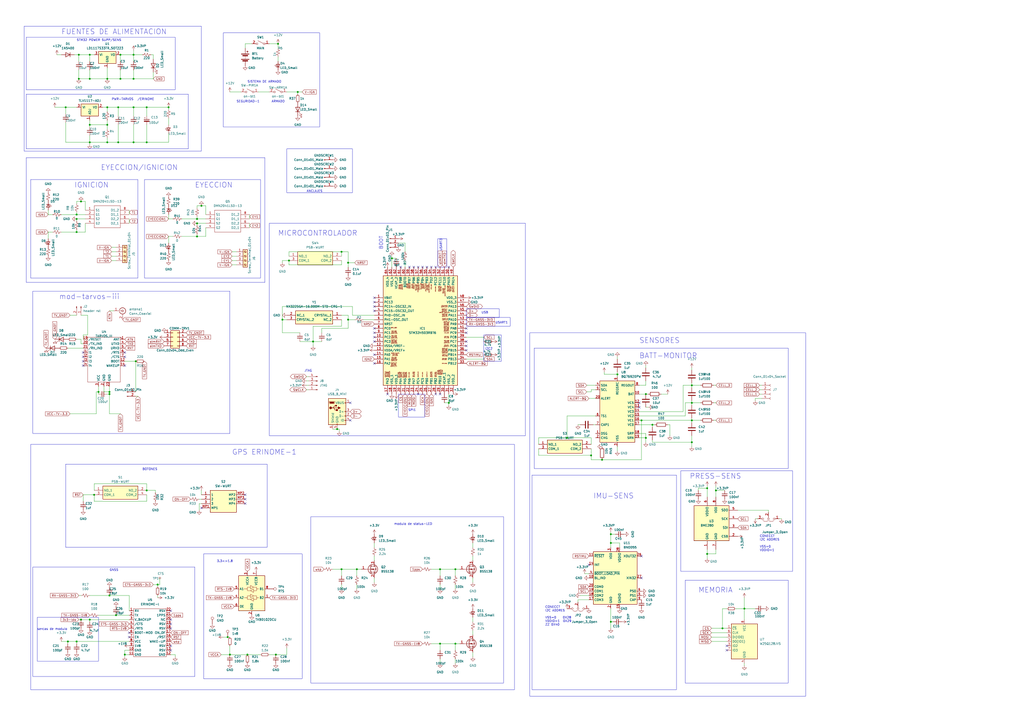
<source format=kicad_sch>
(kicad_sch (version 20231120) (generator "eeschema") (generator_version "8.0")
  (paper "A2")
  (title_block (title "T.A.R.S.") (date "2023-11-13"))
  (junction (at 255.27 373.38))
  (junction (at 195.58 248.92))
  (junction (at 69.85 45.72))
  (junction (at 401.32 223.52))
  (junction (at 44.45 372.11))
  (junction (at 172.72 53.34))
  (junction (at 132.08 369.57))
  (junction (at 354.33 360.68))
  (junction (at 68.58 62.23))
  (junction (at 378.46 246.38))
  (junction (at 97.79 62.23))
  (junction (at 77.47 82.55))
  (junction (at 38.1 62.23))
  (junction (at 78.74 209.55))
  (junction (at 63.5 227.33))
  (junction (at 68.58 82.55))
  (junction (at 354.33 314.96))
  (junction (at 91.44 339.09))
  (junction (at 161.29 25.4))
  (junction (at 44.45 124.46))
  (junction (at 260.35 233.68))
  (junction (at 46.99 359.41))
  (junction (at 62.23 72.39))
  (junction (at 255.27 330.2))
  (junction (at 114.3 127))
  (junction (at 46.99 116.84))
  (junction (at 52.07 45.72))
  (junction (at 63.5 228.6))
  (junction (at 264.16 373.38))
  (junction (at 198.12 146.05))
  (junction (at 62.23 45.72))
  (junction (at 264.16 330.2))
  (junction (at 349.25 266.7))
  (junction (at 52.07 82.55))
  (junction (at 114.3 137.16))
  (junction (at 57.15 227.33))
  (junction (at 143.51 379.73))
  (junction (at 45.72 45.72))
  (junction (at 44.45 127))
  (junction (at 77.47 31.75))
  (junction (at 67.31 356.87))
  (junction (at 431.8 353.06))
  (junction (at 415.29 284.48))
  (junction (at 401.32 233.68))
  (junction (at 198.12 330.2))
  (junction (at 52.07 72.39))
  (junction (at 401.32 243.84))
  (junction (at 358.14 217.17))
  (junction (at 167.64 151.13))
  (junction (at 52.07 31.75))
  (junction (at 372.11 243.84))
  (junction (at 72.39 379.73))
  (junction (at 62.23 62.23))
  (junction (at 54.61 287.02))
  (junction (at 44.45 134.62))
  (junction (at 52.07 359.41))
  (junction (at 227.33 149.86))
  (junction (at 39.37 372.11))
  (junction (at 419.1 364.49))
  (junction (at 45.72 31.75))
  (junction (at 114.3 129.54))
  (junction (at 69.85 31.75))
  (junction (at 207.01 330.2))
  (junction (at 201.93 152.4))
  (junction (at 77.47 45.72))
  (junction (at 410.21 321.31))
  (junction (at 63.5 345.44))
  (junction (at 374.65 254))
  (junction (at 328.93 254))
  (junction (at 85.09 82.55))
  (junction (at 401.32 256.54))
  (junction (at 181.61 198.12))
  (junction (at 85.09 62.23))
  (junction (at 201.93 185.42))
  (junction (at 77.47 62.23))
  (junction (at 160.02 379.73))
  (junction (at 354.33 309.88))
  (junction (at 342.9 264.16))
  (junction (at 116.84 119.38))
  (junction (at 133.35 379.73))
  (junction (at 163.83 185.42))
  (junction (at 85.09 284.48))
  (junction (at 374.65 228.6))
  (junction (at 62.23 82.55))
  (junction (at 410.21 283.21))
  (no_connect (at 421.64 377.19))
  (no_connect (at 247.65 154.94))
  (no_connect (at 217.17 193.04))
  (no_connect (at 99.06 364.49))
  (no_connect (at 217.17 175.26))
  (no_connect (at 48.26 207.01))
  (no_connect (at 99.06 377.19))
  (no_connect (at 255.27 228.6))
  (no_connect (at 372.11 322.58))
  (no_connect (at 74.93 369.57))
  (no_connect (at 74.93 367.03))
  (no_connect (at 270.51 203.2))
  (no_connect (at 370.84 236.22))
  (no_connect (at 72.39 212.09))
  (no_connect (at 372.11 335.28))
  (no_connect (at 245.11 154.94))
  (no_connect (at 48.26 204.47))
  (no_connect (at 217.17 198.12))
  (no_connect (at 48.26 209.55))
  (no_connect (at 232.41 154.94))
  (no_connect (at 270.51 193.04))
  (no_connect (at 240.03 154.94))
  (no_connect (at 99.06 361.95))
  (no_connect (at 217.17 195.58))
  (no_connect (at 270.51 198.12))
  (no_connect (at 217.17 205.74))
  (no_connect (at 203.2 243.84))
  (no_connect (at 260.35 154.94))
  (no_connect (at 203.2 233.68))
  (no_connect (at 217.17 177.8))
  (no_connect (at 250.19 154.94))
  (no_connect (at 99.06 354.33))
  (no_connect (at 142.24 289.56))
  (no_connect (at 142.24 287.02))
  (no_connect (at 237.49 154.94))
  (no_connect (at 99.06 359.41))
  (no_connect (at 217.17 172.72))
  (no_connect (at 224.79 228.6))
  (no_connect (at 421.64 374.65))
  (no_connect (at 72.39 204.47))
  (no_connect (at 72.39 207.01))
  (no_connect (at 116.84 294.64))
  (no_connect (at 252.73 228.6))
  (no_connect (at 270.51 200.66))
  (no_connect (at 341.63 327.66))
  (no_connect (at 242.57 154.94))
  (no_connect (at 217.17 210.82))
  (no_connect (at 270.51 190.5))
  (no_connect (at 217.17 180.34))
  (no_connect (at 48.26 212.09))
  (no_connect (at 252.73 154.94))
  (no_connect (at 142.24 292.1))
  (no_connect (at 99.06 374.65))
  (no_connect (at 242.57 228.6))
  (no_connect (at 370.84 233.68))
  (no_connect (at 217.17 190.5))
  (wire (pts (xy 196.85 248.92) (xy 195.58 248.92)))
  (wire (pts (xy 72.39 379.73) (xy 74.93 379.73)))
  (wire (pts (xy 44.45 124.46) (xy 44.45 123.19)))
  (wire (pts (xy 204.47 182.88) (xy 204.47 177.8)))
  (wire (pts (xy 119.38 119.38) (xy 119.38 124.46)))
  (wire (pts (xy 45.72 40.64) (xy 45.72 45.72)))
  (wire (pts (xy 342.9 264.16) (xy 342.9 260.35)))
  (wire (pts (xy 201.93 190.5) (xy 186.69 190.5)))
  (wire (pts (xy 198.12 189.23) (xy 181.61 189.23)))
  (wire (pts (xy 134.62 151.13) (xy 137.16 151.13)))
  (wire (pts (xy 255.27 339.09) (xy 255.27 341.63)))
  (wire (pts (xy 38.1 62.23) (xy 44.45 62.23)))
  (wire (pts (xy 388.62 246.38) (xy 387.35 246.38)))
  (wire (pts (xy 80.01 229.87) (xy 78.74 229.87)))
  (wire (pts (xy 198.12 185.42) (xy 198.12 189.23)))
  (wire (pts (xy 414.02 243.84) (xy 415.29 243.84)))
  (wire (pts (xy 260.35 233.68) (xy 260.35 234.95)))
  (wire (pts (xy 74.93 377.19) (xy 72.39 377.19)))
  (wire (pts (xy 99.06 379.73) (xy 101.6 379.73)))
  (wire (pts (xy 156.21 379.73) (xy 160.02 379.73)))
  (wire (pts (xy 344.17 246.38) (xy 345.44 246.38)))
  (wire (pts (xy 274.32 378.46) (xy 274.32 381)))
  (wire (pts (xy 414.02 233.68) (xy 415.29 233.68)))
  (wire (pts (xy 328.93 241.3) (xy 328.93 254)))
  (wire (pts (xy 401.32 214.63) (xy 401.32 213.36)))
  (wire (pts (xy 163.83 185.42) (xy 163.83 193.04)))
  (wire (pts (xy 172.72 54.61) (xy 172.72 53.34)))
  (wire (pts (xy 198.12 151.13) (xy 198.12 153.67)))
  (wire (pts (xy 144.78 124.46) (xy 144.78 127)))
  (wire (pts (xy 378.46 256.54) (xy 401.32 256.54)))
  (wire (pts (xy 181.61 198.12) (xy 181.61 200.66)))
  (wire (pts (xy 383.54 228.6) (xy 387.35 228.6)))
  (wire (pts (xy 156.21 25.4) (xy 161.29 25.4)))
  (wire (pts (xy 406.4 233.68) (xy 401.32 233.68)))
  (wire (pts (xy 92.71 335.28) (xy 92.71 339.09)))
  (wire (pts (xy 339.09 332.74) (xy 341.63 332.74)))
  (wire (pts (xy 38.1 62.23) (xy 38.1 66.04)))
  (wire (pts (xy 50.8 194.31) (xy 48.26 194.31)))
  (wire (pts (xy 161.29 25.4) (xy 161.29 27.94)))
  (wire (pts (xy 163.83 193.04) (xy 173.99 193.04)))
  (wire (pts (xy 207.01 330.2) (xy 209.55 330.2)))
  (wire (pts (xy 167.64 153.67) (xy 167.64 151.13)))
  (wire (pts (xy 68.58 82.55) (xy 62.23 82.55)))
  (wire (pts (xy 431.8 346.71) (xy 431.8 353.06)))
  (wire (pts (xy 77.47 62.23) (xy 77.47 67.31)))
  (wire (pts (xy 401.32 232.41) (xy 401.32 233.68)))
  (wire (pts (xy 234.95 140.97) (xy 234.95 146.05)))
  (wire (pts (xy 410.21 283.21) (xy 410.21 281.94)))
  (wire (pts (xy 52.07 82.55) (xy 52.07 83.82)))
  (wire (pts (xy 68.58 62.23) (xy 68.58 67.31)))
  (wire (pts (xy 264.16 339.09) (xy 264.16 341.63)))
  (wire (pts (xy 438.15 300.99) (xy 439.42 300.99)))
  (wire (pts (xy 27.94 121.92) (xy 27.94 124.46)))
  (wire (pts (xy 72.39 209.55) (xy 78.74 209.55)))
  (wire (pts (xy 77.47 62.23) (xy 85.09 62.23)))
  (wire (pts (xy 48.26 287.02) (xy 54.61 287.02)))
  (wire (pts (xy 57.15 356.87) (xy 67.31 356.87)))
  (wire (pts (xy 359.41 314.96) (xy 354.33 314.96)))
  (wire (pts (xy 49.53 116.84) (xy 49.53 121.92)))
  (wire (pts (xy 44.45 196.85) (xy 46.99 196.85)))
  (wire (pts (xy 48.26 287.02) (xy 48.26 290.83)))
  (wire (pts (xy 440.69 228.6) (xy 441.96 228.6)))
  (wire (pts (xy 119.38 127) (xy 114.3 127)))
  (wire (pts (xy 234.95 140.97) (xy 231.14 140.97)))
  (wire (pts (xy 62.23 72.39) (xy 62.23 74.93)))
  (wire (pts (xy 52.07 345.44) (xy 63.5 345.44)))
  (wire (pts (xy 45.72 31.75) (xy 52.07 31.75)))
  (wire (pts (xy 97.79 124.46) (xy 97.79 127)))
  (wire (pts (xy 85.09 280.67) (xy 85.09 284.48)))
  (wire (pts (xy 44.45 127) (xy 49.53 127)))
  (wire (pts (xy 410.21 321.31) (xy 415.29 321.31)))
  (wire (pts (xy 280.67 208.28) (xy 280.67 205.74)))
  (wire (pts (xy 57.15 224.155) (xy 57.15 227.33)))
  (wire (pts (xy 412.75 372.11) (xy 421.64 372.11)))
  (wire (pts (xy 46.99 182.88) (xy 50.8 182.88)))
  (wire (pts (xy 186.69 190.5) (xy 186.69 193.04)))
  (wire (pts (xy 358.14 207.01) (xy 358.14 208.28)))
  (wire (pts (xy 35.56 124.46) (xy 44.45 124.46)))
  (wire (pts (xy 101.6 379.73) (xy 101.6 381)))
  (wire (pts (xy 46.99 196.85) (xy 46.99 199.39)))
  (wire (pts (xy 105.41 137.16) (xy 114.3 137.16)))
  (wire (pts (xy 69.85 40.64) (xy 69.85 45.72)))
  (wire (pts (xy 72.39 379.73) (xy 72.39 381)))
  (wire (pts (xy 45.72 45.72) (xy 52.07 45.72)))
  (wire (pts (xy 374.65 251.46) (xy 374.65 254)))
  (wire (pts (xy 415.29 284.48) (xy 415.29 288.29)))
  (wire (pts (xy 129.54 369.57) (xy 132.08 369.57)))
  (wire (pts (xy 341.63 231.14) (xy 345.44 231.14)))
  (wire (pts (xy 163.83 185.42) (xy 166.37 185.42)))
  (wire (pts (xy 55.88 240.03) (xy 55.88 227.33)))
  (wire (pts (xy 52.07 40.64) (xy 52.07 45.72)))
  (wire (pts (xy 116.84 292.1) (xy 115.57 292.1)))
  (wire (pts (xy 204.47 177.8) (xy 163.83 177.8)))
  (wire (pts (xy 312.42 264.16) (xy 342.9 264.16)))
  (wire (pts (xy 264.16 330.2) (xy 264.16 334.01)))
  (wire (pts (xy 62.23 62.23) (xy 68.58 62.23)))
  (wire (pts (xy 372.11 266.7) (xy 349.25 266.7)))
  (wire (pts (xy 342.9 254) (xy 328.93 254)))
  (wire (pts (xy 115.57 292.1) (xy 115.57 295.91)))
  (wire (pts (xy 142.24 25.4) (xy 142.24 27.94)))
  (wire (pts (xy 345.44 226.06) (xy 342.9 226.06)))
  (wire (pts (xy 97.79 137.16) (xy 97.79 140.97)))
  (wire (pts (xy 198.12 146.05) (xy 198.12 148.59)))
  (wire (pts (xy 132.08 369.57) (xy 133.35 369.57)))
  (wire (pts (xy 144.78 129.54) (xy 144.78 132.08)))
  (wire (pts (xy 358.14 217.17) (xy 358.14 218.44)))
  (wire (pts (xy 207.01 339.09) (xy 207.01 341.63)))
  (wire (pts (xy 85.09 62.23) (xy 85.09 67.31)))
  (wire (pts (xy 370.84 238.76) (xy 396.24 238.76)))
  (wire (pts (xy 119.38 137.16) (xy 114.3 137.16)))
  (wire (pts (xy 44.45 116.84) (xy 46.99 116.84)))
  (wire (pts (xy 97.79 77.47) (xy 97.79 82.55)))
  (wire (pts (xy 217.17 322.58) (xy 217.17 325.12)))
  (wire (pts (xy 217.17 335.28) (xy 217.17 337.82)))
  (wire (pts (xy 52.07 78.74) (xy 52.07 82.55)))
  (wire (pts (xy 69.85 45.72) (xy 62.23 45.72)))
  (wire (pts (xy 57.15 227.33) (xy 57.15 228.6)))
  (wire (pts (xy 44.45 116.84) (xy 44.45 118.11)))
  (wire (pts (xy 63.5 227.33) (xy 60.325 227.33)))
  (wire (pts (xy 419.1 353.06) (xy 419.1 364.49)))
  (wire (pts (xy 59.69 62.23) (xy 62.23 62.23)))
  (wire (pts (xy 255.27 373.38) (xy 255.27 377.19)))
  (wire (pts (xy 341.63 347.98) (xy 335.28 347.98)))
  (wire (pts (xy 52.07 31.75) (xy 54.61 31.75)))
  (wire (pts (xy 45.72 345.44) (xy 46.99 345.44)))
  (wire (pts (xy 64.77 151.13) (xy 67.31 151.13)))
  (wire (pts (xy 280.67 195.58) (xy 280.67 198.12)))
  (wire (pts (xy 401.32 252.73) (xy 401.32 256.54)))
  (wire (pts (xy 133.35 379.73) (xy 143.51 379.73)))
  (wire (pts (xy 374.65 212.09) (xy 374.65 213.36)))
  (wire (pts (xy 264.16 330.2) (xy 266.7 330.2)))
  (wire (pts (xy 90.17 285.75) (xy 90.17 284.48)))
  (wire (pts (xy 74.93 127) (xy 74.93 129.54)))
  (wire (pts (xy 374.65 254) (xy 374.65 256.54)))
  (wire (pts (xy 173.99 198.12) (xy 181.61 198.12)))
  (wire (pts (xy 274.32 335.28) (xy 274.32 337.82)))
  (wire (pts (xy 198.12 330.2) (xy 207.01 330.2)))
  (wire (pts (xy 340.36 223.52) (xy 345.44 223.52)))
  (wire (pts (xy 100.33 137.16) (xy 97.79 137.16)))
  (wire (pts (xy 401.32 242.57) (xy 401.32 243.84)))
  (wire (pts (xy 35.56 134.62) (xy 44.45 134.62)))
  (wire (pts (xy 336.55 345.44) (xy 341.63 345.44)))
  (wire (pts (xy 52.07 31.75) (xy 52.07 35.56)))
  (wire (pts (xy 63.5 227.33) (xy 63.5 224.155)))
  (wire (pts (xy 358.14 215.9) (xy 358.14 217.17)))
  (wire (pts (xy 63.5 228.6) (xy 63.5 240.03)))
  (wire (pts (xy 39.37 373.38) (xy 39.37 372.11)))
  (wire (pts (xy 438.15 231.14) (xy 441.96 231.14)))
  (wire (pts (xy 201.93 182.88) (xy 201.93 185.42)))
  (wire (pts (xy 30.48 134.62) (xy 27.94 134.62)))
  (wire (pts (xy 63.5 180.34) (xy 66.04 180.34)))
  (wire (pts (xy 177.8 226.06) (xy 179.07 226.06)))
  (wire (pts (xy 149.86 53.34) (xy 156.21 53.34)))
  (wire (pts (xy 438.15 353.06) (xy 431.8 353.06)))
  (wire (pts (xy 445.77 297.18) (xy 445.77 295.91)))
  (wire (pts (xy 97.79 127) (xy 100.33 127)))
  (wire (pts (xy 68.58 82.55) (xy 77.47 82.55)))
  (wire (pts (xy 370.84 228.6) (xy 374.65 228.6)))
  (wire (pts (xy 44.45 128.27) (xy 44.45 127)))
  (wire (pts (xy 440.69 223.52) (xy 441.96 223.52)))
  (wire (pts (xy 342.9 227.33) (xy 340.36 227.33)))
  (wire (pts (xy 77.47 31.75) (xy 82.55 31.75)))
  (wire (pts (xy 62.23 80.01) (xy 62.23 82.55)))
  (wire (pts (xy 264.16 382.27) (xy 264.16 384.81)))
  (wire (pts (xy 274.32 322.58) (xy 274.32 325.12)))
  (wire (pts (xy 43.18 31.75) (xy 45.72 31.75)))
  (wire (pts (xy 62.23 39.37) (xy 62.23 45.72)))
  (wire (pts (xy 234.95 151.13) (xy 234.95 154.94)))
  (wire (pts (xy 405.13 283.21) (xy 405.13 284.48)))
  (wire (pts (xy 372.11 243.84) (xy 401.32 243.84)))
  (wire (pts (xy 349.25 266.7) (xy 342.9 266.7)))
  (wire (pts (xy 405.13 283.21) (xy 410.21 283.21)))
  (wire (pts (xy 146.05 25.4) (xy 142.24 25.4)))
  (wire (pts (xy 35.56 372.11) (xy 39.37 372.11)))
  (wire (pts (xy 217.17 314.96) (xy 217.17 317.5)))
  (wire (pts (xy 177.8 218.44) (xy 179.07 218.44)))
  (wire (pts (xy 62.23 69.85) (xy 62.23 72.39)))
  (wire (pts (xy 97.79 63.5) (xy 97.79 62.23)))
  (wire (pts (xy 207.01 330.2) (xy 207.01 334.01)))
  (wire (pts (xy 342.9 257.81) (xy 342.9 254)))
  (wire (pts (xy 68.58 72.39) (xy 68.58 82.55)))
  (wire (pts (xy 38.1 71.12) (xy 38.1 82.55)))
  (wire (pts (xy 88.9 41.91) (xy 88.9 45.72)))
  (wire (pts (xy 410.21 283.21) (xy 410.21 288.29)))
  (wire (pts (xy 342.9 226.06) (xy 342.9 227.33)))
  (wire (pts (xy 52.07 360.68) (xy 52.07 359.41)))
  (wire (pts (xy 198.12 153.67) (xy 167.64 153.67)))
  (wire (pts (xy 274.32 358.14) (xy 274.32 360.68)))
  (wire (pts (xy 419.1 353.06) (xy 421.64 353.06)))
  (wire (pts (xy 77.47 35.56) (xy 77.47 31.75)))
  (wire (pts (xy 31.75 62.23) (xy 38.1 62.23)))
  (wire (pts (xy 114.3 127) (xy 114.3 125.73)))
  (wire (pts (xy 40.64 182.88) (xy 44.45 182.88)))
  (wire (pts (xy 401.32 243.84) (xy 406.4 243.84)))
  (wire (pts (xy 40.64 240.03) (xy 55.88 240.03)))
  (wire (pts (xy 414.02 223.52) (xy 415.29 223.52)))
  (wire (pts (xy 143.51 379.73) (xy 151.13 379.73)))
  (wire (pts (xy 116.84 119.38) (xy 119.38 119.38)))
  (wire (pts (xy 375.92 236.22) (xy 374.65 236.22)))
  (wire (pts (xy 453.39 300.99) (xy 452.12 300.99)))
  (wire (pts (xy 415.29 281.94) (xy 415.29 284.48)))
  (wire (pts (xy 388.62 252.73) (xy 388.62 246.38)))
  (wire (pts (xy 114.3 119.38) (xy 116.84 119.38)))
  (wire (pts (xy 166.37 375.92) (xy 166.37 379.73)))
  (wire (pts (xy 370.84 254) (xy 374.65 254)))
  (wire (pts (xy 92.71 339.09) (xy 91.44 339.09)))
  (wire (pts (xy 370.84 246.38) (xy 378.46 246.38)))
  (wire (pts (xy 412.75 364.49) (xy 419.1 364.49)))
  (wire (pts (xy 114.3 119.38) (xy 114.3 120.65)))
  (wire (pts (xy 201.93 185.42) (xy 205.74 185.42)))
  (wire (pts (xy 45.72 31.75) (xy 45.72 35.56)))
  (wire (pts (xy 354.33 360.68) (xy 355.6 360.68)))
  (wire (pts (xy 114.3 129.54) (xy 119.38 129.54)))
  (wire (pts (xy 116.84 284.48) (xy 116.84 287.02)))
  (wire (pts (xy 420.37 284.48) (xy 415.29 284.48)))
  (wire (pts (xy 415.29 318.77) (xy 415.29 321.31)))
  (wire (pts (xy 255.27 373.38) (xy 264.16 373.38)))
  (wire (pts (xy 88.9 339.09) (xy 91.44 339.09)))
  (wire (pts (xy 196.85 250.19) (xy 196.85 248.92)))
  (wire (pts (xy 177.8 220.98) (xy 179.07 220.98)))
  (wire (pts (xy 33.02 31.75) (xy 35.56 31.75)))
  (wire (pts (xy 166.37 379.73) (xy 160.02 379.73)))
  (wire (pts (xy 210.82 185.42) (xy 217.17 185.42)))
  (wire (pts (xy 39.37 372.11) (xy 44.45 372.11)))
  (wire (pts (xy 397.51 241.3) (xy 397.51 233.68)))
  (wire (pts (xy 128.27 379.73) (xy 133.35 379.73)))
  (wire (pts (xy 250.19 373.38) (xy 255.27 373.38)))
  (wire (pts (xy 198.12 339.09) (xy 198.12 341.63)))
  (wire (pts (xy 374.65 223.52) (xy 374.65 220.98)))
  (wire (pts (xy 85.09 62.23) (xy 97.79 62.23)))
  (wire (pts (xy 85.09 284.48) (xy 90.17 284.48)))
  (wire (pts (xy 342.9 266.7) (xy 342.9 264.16)))
  (wire (pts (xy 401.32 256.54) (xy 401.32 259.08)))
  (wire (pts (xy 260.35 228.6) (xy 260.35 233.68)))
  (wire (pts (xy 77.47 45.72) (xy 88.9 45.72)))
  (wire (pts (xy 412.75 367.03) (xy 421.64 367.03)))
  (wire (pts (xy 45.72 359.41) (xy 46.99 359.41)))
  (wire (pts (xy 280.67 208.28) (xy 270.51 208.28)))
  (wire (pts (xy 401.32 243.84) (xy 401.32 245.11)))
  (wire (pts (xy 167.64 151.13) (xy 163.83 151.13)))
  (wire (pts (xy 54.61 290.83) (xy 54.61 287.02)))
  (wire (pts (xy 69.85 35.56) (xy 69.85 31.75)))
  (wire (pts (xy 97.79 82.55) (xy 85.09 82.55)))
  (wire (pts (xy 69.85 240.03) (xy 63.5 240.03)))
  (wire (pts (xy 227.33 149.86) (xy 227.33 154.94)))
  (wire (pts (xy 201.93 185.42) (xy 201.93 190.5)))
  (wire (pts (xy 354.33 309.88) (xy 356.87 309.88)))
  (wire (pts (xy 370.84 223.52) (xy 374.65 223.52)))
  (wire (pts (xy 52.07 72.39) (xy 62.23 72.39)))
  (wire (pts (xy 312.42 254) (xy 312.42 257.81)))
  (wire (pts (xy 62.23 82.55) (xy 52.07 82.55)))
  (wire (pts (xy 55.88 227.33) (xy 57.15 227.33)))
  (wire (pts (xy 354.33 309.88) (xy 354.33 314.96)))
  (wire (pts (xy 134.62 146.05) (xy 137.16 146.05)))
  (wire (pts (xy 378.46 255.27) (xy 378.46 256.54)))
  (wire (pts (xy 64.77 148.59) (xy 67.31 148.59)))
  (wire (pts (xy 39.37 201.93) (xy 48.26 201.93)))
  (wire (pts (xy 85.09 290.83) (xy 85.09 287.02)))
  (wire (pts (xy 77.47 82.55) (xy 85.09 82.55)))
  (wire (pts (xy 431.8 353.06) (xy 431.8 359.41)))
  (wire (pts (xy 328.93 254) (xy 312.42 254)))
  (wire (pts (xy 396.24 223.52) (xy 401.32 223.52)))
  (wire (pts (xy 27.94 124.46) (xy 30.48 124.46)))
  (wire (pts (xy 60.325 227.33) (xy 60.325 224.155)))
  (wire (pts (xy 44.45 372.11) (xy 74.93 372.11)))
  (wire (pts (xy 378.46 246.38) (xy 379.73 246.38)))
  (wire (pts (xy 350.52 217.17) (xy 358.14 217.17)))
  (wire (pts (xy 167.64 146.05) (xy 198.12 146.05)))
  (wire (pts (xy 166.37 53.34) (xy 172.72 53.34)))
  (wire (pts (xy 335.28 347.98) (xy 335.28 349.25)))
  (wire (pts (xy 54.61 290.83) (xy 85.09 290.83)))
  (wire (pts (xy 114.3 137.16) (xy 114.3 135.89)))
  (wire (pts (xy 49.53 129.54) (xy 49.53 134.62)))
  (wire (pts (xy 72.39 377.19) (xy 72.39 379.73)))
  (wire (pts (xy 67.31 356.87) (xy 74.93 356.87)))
  (wire (pts (xy 52.07 69.85) (xy 52.07 72.39)))
  (wire (pts (xy 198.12 146.05) (xy 201.93 146.05)))
  (wire (pts (xy 274.32 365.76) (xy 274.32 368.3)))
  (wire (pts (xy 359.41 317.5) (xy 359.41 314.96)))
  (wire (pts (xy 77.47 72.39) (xy 77.47 82.55)))
  (wire (pts (xy 69.85 45.72) (xy 77.47 45.72)))
  (wire (pts (xy 264.16 373.38) (xy 264.16 377.19)))
  (wire (pts (xy 193.04 248.92) (xy 195.58 248.92)))
  (wire (pts (xy 44.45 372.11) (xy 44.45 373.38)))
  (wire (pts (xy 46.99 359.41) (xy 52.07 359.41)))
  (wire (pts (xy 410.21 321.31) (xy 410.21 323.85)))
  (wire (pts (xy 63.5 228.6) (xy 63.5 227.33)))
  (wire (pts (xy 354.33 353.06) (xy 354.33 360.68)))
  (wire (pts (xy 280.67 195.58) (xy 270.51 195.58)))
  (wire (pts (xy 68.58 62.23) (xy 77.47 62.23)))
  (wire (pts (xy 257.81 233.68) (xy 260.35 233.68)))
  (wire (pts (xy 227.33 148.59) (xy 227.33 149.86)))
  (wire (pts (xy 255.27 330.2) (xy 264.16 330.2)))
  (wire (pts (xy 201.93 146.05) (xy 201.93 152.4)))
  (wire (pts (xy 250.19 330.2) (xy 255.27 330.2)))
  (wire (pts (xy 419.1 364.49) (xy 421.64 364.49)))
  (wire (pts (xy 74.93 121.92) (xy 74.93 124.46)))
  (wire (pts (xy 119.38 132.08) (xy 119.38 137.16)))
  (wire (pts (xy 217.17 182.88) (xy 204.47 182.88)))
  (wire (pts (xy 198.12 330.2) (xy 198.12 334.01)))
  (wire (pts (xy 49.53 124.46) (xy 44.45 124.46)))
  (wire (pts (xy 87.63 31.75) (xy 88.9 31.75)))
  (wire (pts (xy 115.57 289.56) (xy 116.84 289.56)))
  (wire (pts (xy 91.44 339.09) (xy 91.44 340.36)))
  (wire (pts (xy 69.85 31.75) (xy 77.47 31.75)))
  (wire (pts (xy 354.33 308.61) (xy 354.33 309.88)))
  (wire (pts (xy 177.8 223.52) (xy 179.07 223.52)))
  (wire (pts (xy 401.32 223.52) (xy 401.32 224.79)))
  (wire (pts (xy 274.32 314.96) (xy 274.32 317.5)))
  (wire (pts (xy 49.53 134.62) (xy 44.45 134.62)))
  (wire (pts (xy 63.5 345.44) (xy 74.93 345.44)))
  (wire (pts (xy 172.72 53.34) (xy 175.26 53.34)))
  (wire (pts (xy 48.26 194.31) (xy 48.26 196.85)))
  (wire (pts (xy 167.64 146.05) (xy 167.64 148.59)))
  (wire (pts (xy 52.07 45.72) (xy 62.23 45.72)))
  (wire (pts (xy 350.52 217.17) (xy 350.52 215.9)))
  (wire (pts (xy 401.32 222.25) (xy 401.32 223.52)))
  (wire (pts (xy 370.84 243.84) (xy 372.11 243.84)))
  (wire (pts (xy 134.62 148.59) (xy 137.16 148.59)))
  (wire (pts (xy 97.79 68.58) (xy 97.79 72.39)))
  (wire (pts (xy 335.28 246.38) (xy 336.55 246.38)))
  (wire (pts (xy 181.61 198.12) (xy 186.69 198.12)))
  (wire (pts (xy 370.84 241.3) (xy 397.51 241.3)))
  (wire (pts (xy 354.33 314.96) (xy 354.33 317.5)))
  (wire (pts (xy 133.35 53.34) (xy 139.7 53.34)))
  (wire (pts (xy 54.61 280.67) (xy 85.09 280.67)))
  (wire (pts (xy 133.35 374.65) (xy 133.35 379.73)))
  (wire (pts (xy 227.33 149.86) (xy 229.87 149.86)))
  (wire (pts (xy 85.09 72.39) (xy 85.09 82.55)))
  (wire (pts (xy 396.24 238.76) (xy 396.24 223.52)))
  (wire (pts (xy 370.84 251.46) (xy 374.65 251.46)))
  (wire (pts (xy 46.99 116.84) (xy 49.53 116.84)))
  (wire (pts (xy 426.72 353.06) (xy 431.8 353.06)))
  (wire (pts (xy 64.77 143.51) (xy 67.31 143.51)))
  (wire (pts (xy 198.12 182.88) (xy 201.93 182.88)))
  (wire (pts (xy 397.51 233.68) (xy 401.32 233.68)))
  (wire (pts (xy 114.3 130.81) (xy 114.3 129.54)))
  (wire (pts (xy 401.32 233.68) (xy 401.32 234.95)))
  (wire (pts (xy 312.42 260.35) (xy 312.42 264.16)))
  (wire (pts (xy 255.27 382.27) (xy 255.27 384.81)))
  (wire (pts (xy 27.94 134.62) (xy 27.94 138.43)))
  (wire (pts (xy 255.27 330.2) (xy 255.27 334.01)))
  (wire (pts (xy 328.93 241.3) (xy 345.44 241.3)))
  (wire (pts (xy 264.16 373.38) (xy 266.7 373.38)))
  (wire (pts (xy 52.07 72.39) (xy 52.07 73.66)))
  (wire (pts (xy 38.1 82.55) (xy 52.07 82.55)))
  (wire (pts (xy 372.11 243.84) (xy 372.11 266.7)))
  (wire (pts (xy 412.75 369.57) (xy 421.64 369.57)))
  (wire (pts (xy 88.9 31.75) (xy 88.9 34.29)))
  (wire (pts (xy 62.23 228.6) (xy 63.5 228.6)))
  (wire (pts (xy 358.14 259.08) (xy 358.14 261.62)))
  (wire (pts (xy 77.47 40.64) (xy 77.47 45.72)))
  (wire (pts (xy 64.77 146.05) (xy 67.31 146.05)))
  (wire (pts (xy 440.69 226.06) (xy 441.96 226.06)))
  (wire (pts (xy 74.93 345.44) (xy 74.93 354.33)))
  (wire (pts (xy 427.99 295.91) (xy 445.77 295.91)))
  (wire (pts (xy 374.65 228.6) (xy 375.92 228.6)))
  (wire (pts (xy 410.21 318.77) (xy 410.21 321.31)))
  (wire (pts (xy 105.41 127) (xy 114.3 127)))
  (wire (pts (xy 431.8 386.08) (xy 431.8 384.81)))
  (wire (pts (xy 163.83 151.13) (xy 163.83 152.4)))
  (wire (pts (xy 62.23 62.23) (xy 62.23 64.77)))
  (wire (pts (xy 378.46 247.65) (xy 378.46 246.38)))
  (wire (pts (xy 91.44 346.71) (xy 91.44 345.44)))
  (wire (pts (xy 161.29 33.02) (xy 161.29 35.56)))
  (wire (pts (xy 181.61 189.23) (xy 181.61 198.12)))
  (wire (pts (xy 201.93 152.4) (xy 201.93 154.94)))
  (wire (pts (xy 50.8 182.88) (xy 50.8 194.31)))
  (wire (pts (xy 354.33 360.68) (xy 354.33 364.49)))
  (wire (pts (xy 438.15 232.41) (xy 438.15 231.14)))
  (wire (pts (xy 201.93 152.4) (xy 205.74 152.4)))
  (wire (pts (xy 163.83 177.8) (xy 163.83 185.42)))
  (wire (pts (xy 406.4 223.52) (xy 401.32 223.52)))
  (wire (pts (xy 52.07 359.41) (xy 74.93 359.41)))
  (wire (pts (xy 78.74 209.55) (xy 78.74 227.33)))
  (wire (pts (xy 134.62 153.67) (xy 137.16 153.67)))
  (wire (pts (xy 77.47 29.21) (xy 77.47 31.75)))
  (wire (pts (xy 193.04 330.2) (xy 198.12 330.2)))
  (wire (pts (xy 44.45 134.62) (xy 44.45 133.35)))
  (wire (pts (xy 54.61 280.67) (xy 54.61 284.48)))
  (wire (pts (xy 46.99 199.39) (xy 48.26 199.39)))
  (rectangle (start 19.05 328.93) (end 113.03 392.43))
  (rectangle (start 38.1 269.24) (end 154.94 317.5))
  (rectangle (start 280.67 194.31) (end 290.83 209.55))
  (rectangle (start 15.24 54.61) (end 109.22 86.36))
  (rectangle (start 309.88 201.93) (end 457.2 271.78))
  (rectangle (start 270.51 179.07) (end 289.56 184.15))
  (rectangle (start 83.82 104.14) (end 151.13 161.29))
  (rectangle (start 307.34 193.04) (end 467.36 403.86))
  (rectangle (start 13.97 15.24) (end 116.84 87.63))
  (rectangle (start 15.24 21.59) (end 101.6 52.07))
  (rectangle (start 19.05 168.91) (end 133.35 251.46))
  (rectangle (start 17.78 257.81) (end 298.45 400.05))
  (rectangle (start 397.51 336.55) (end 457.2 396.24))
  (rectangle (start 17.78 104.14) (end 80.01 161.29))
  (rectangle (start 254 138.43) (end 259.08 154.94))
  (rectangle (start 166.37 86.36) (end 204.47 111.76))
  (rectangle (start 270.51 184.15) (end 295.91 189.23))
  (rectangle (start 156.21 129.54) (end 304.8 252.73))
  (rectangle (start 308.61 275.59) (end 392.43 400.05))
  (rectangle (start 21.59 358.14) (end 57.15 383.54))
  (rectangle (start 231.14 228.6) (end 246.38 241.935))
  (rectangle (start 129.54 19.05) (end 185.42 73.66))
  (rectangle (start 180.34 299.72) (end 292.1 396.24))
  (rectangle (start 15.24 91.44) (end 153.67 163.83))
  (rectangle (start 394.97 273.05) (end 459.74 331.47))
  (rectangle (start 118.11 321.31) (end 175.26 393.7))
  (text "STM32 POWER SUPP/SENS" (at 44.45 24.13 0) (effects (font (size 1.27 1.27)) (justify left bottom)))
  (text "EYECCION/IGNICION" (at 58.42 99.06 0) (effects (font (size 3 3)) (justify left bottom)))
  (text "mod-tarvos-iii" (at 34.29 173.99 0) (effects (font (size 3 3)) (justify left bottom)))
  (text "SISTEMA DE ARMADO" (at 143.51 48.26 0) (effects (font (size 1.27 1.27)) (justify left bottom)))
  (text "USART1\n" (at 294.64 187.96 0) (effects (font (size 1.27 1.27)) (justify right bottom)))
  (text "JTAG\n" (at 176.53 215.9 0) (effects (font (size 1.27 1.27)) (justify left bottom)))
  (text "SPI1" (at 241.3 238.76 0) (effects (font (size 1.27 1.27)) (justify right bottom)))
  (text "BOOT" (at 222.25 144.78 90) (effects (font (size 2 2)) (justify left bottom)))
  (text "FUENTES DE ALIMENTACION" (at 35.56 20.32 0) (effects (font (size 3 3)) (justify left bottom)))
  (text "I2C2" (at 285.75 203.2 0) (effects (font (size 1.27 1.27)) (justify right bottom)))
  (text "BATT-MONITOR" (at 370.84 208.28 0) (effects (font (size 3 3)) (justify left bottom)))
  (text "ANCLAJES" (at 177.8 111.76 0) (effects (font (size 1.27 1.27)) (justify left bottom)))
  (text "IMU-SENS" (at 344.17 289.56 0) (effects (font (size 3 3)) (justify left bottom)))
  (text "BOTONES" (at 82.55 273.05 0) (effects (font (size 1.27 1.27)) (justify left bottom)))
  (text "3.3<>1.8" (at 125.73 326.39 0) (effects (font (size 1.27 1.27)) (justify left bottom)))
  (text "GNSS\n" (at 63.5 331.47 0) (effects (font (size 1.27 1.27)) (justify left bottom)))
  (text "SEGURIDAD-1" (at 137.16 59.69 0) (effects (font (size 1.27 1.27)) (justify left bottom)))
  (text "MEMORIA" (at 405.13 344.17 0) (effects (font (size 3 3)) (justify left bottom)))
  (text "PRESS-SENS" (at 400.05 278.13 0) (effects (font (size 3 3)) (justify left bottom)))
  (text "CONECCT\nI2C ADDRES\n\nVSS=0\nVDDIO=1" (at 440.69 320.04 0) (effects (font (size 1.27 1.27)) (justify left bottom)))
  (text "PWR-TARVOS	/ERINOME\n" (at 64.77 58.42 0) (effects (font (size 1.27 1.27)) (justify left bottom)))
  (text "SENSORES" (at 370.84 199.39 0) (effects (font (size 3 3)) (justify left bottom)))
  (text "CONECCT\nI2C ADDRES\n\nVSS=0    0X28\nVDDIO=1  0X29\nZZ 0X40" (at 316.23 363.22 0) (effects (font (size 1.27 1.27)) (justify left bottom)))
  (text "ARMADO" (at 157.48 59.69 0) (effects (font (size 1.27 1.27)) (justify left bottom)))
  (text "sercas de modulo" (at 21.59 365.76 0) (effects (font (size 1.27 1.27)) (justify left bottom)))
  (text "modulo de status-LED" (at 228.6 304.8 0) (effects (font (size 1.27 1.27)) (justify left bottom)))
  (text "MICROCONTROLADOR" (at 161.29 137.16 0) (effects (font (size 3 3)) (justify left bottom)))
  (text "USART3" (at 256.54 138.43 90) (effects (font (size 1.27 1.27)) (justify right bottom)))
  (text "GPS ERINOME-1" (at 134.62 264.16 0) (effects (font (size 3 3)) (justify left bottom)))
  (text "IGNICION" (at 43.18 109.22 0) (effects (font (size 3 3)) (justify left bottom)))
  (text "EYECCION" (at 113.03 109.22 0) (effects (font (size 3 3)) (justify left bottom)))
  (text "USB\n\n" (at 283.21 184.15 0) (effects (font (size 1.27 1.27)) (justify right bottom)))
  (global_label "T2" (shape input) (at 64.77 146.05 180) (property "Intersheetrefs" "${INTERSHEET_REFS}" (effects (hide yes))))
  (global_label "V-IGN" (shape input) (at 134.62 146.05 180) (property "Intersheetrefs" "${INTERSHEET_REFS}" (effects (hide yes))) (property "Referencias entre hojas" "${INTERSHEET_REFS}" (effects (hide yes))))
  (global_label "SCK" (shape input) (at 245.11 228.6 270) (property "Intersheetrefs" "${INTERSHEET_REFS}" (effects (hide yes))))
  (global_label "EY2" (shape input) (at 134.62 148.59 180) (property "Intersheetrefs" "${INTERSHEET_REFS}" (effects (hide yes))))
  (global_label "VCC-TV-3.3" (shape input) (at 107.95 195.58 0) (property "Intersheetrefs" "${INTERSHEET_REFS}" (effects (hide yes))) (property "Referencias entre hojas" "${INTERSHEET_REFS}" (effects (hide yes))))
  (global_label "IGN1" (shape input) (at 250.19 228.6 270) (property "Intersheetrefs" "${INTERSHEET_REFS}" (effects (hide yes))))
  (global_label "1pps" (shape input) (at 245.11 330.2 180) (property "Intersheetrefs" "${INTERSHEET_REFS}" (effects (hide yes))))
  (global_label "EY1" (shape input) (at 144.78 125.73 0) (property "Intersheetrefs" "${INTERSHEET_REFS}" (effects (hide yes))))
  (global_label "RXT" (shape input) (at 72.39 201.93 0) (property "Intersheetrefs" "${INTERSHEET_REFS}" (effects (hide yes))))
  (global_label "TV_GNDT" (shape input) (at 83.82 209.55 270) (property "Intersheetrefs" "${INTERSHEET_REFS}" (effects (hide yes))) (property "Referencias entre hojas" "${INTERSHEET_REFS}" (effects (hide yes))))
  (global_label "ON-OFF" (shape input) (at 99.06 367.03 0) (property "Intersheetrefs" "${INTERSHEET_REFS}" (effects (hide yes))))
  (global_label "SCL" (shape input) (at 341.63 342.9 180) (property "Intersheetrefs" "${INTERSHEET_REFS}" (effects (hide yes))))
  (global_label "CELL_2" (shape input) (at 440.69 226.06 180) (property "Intersheetrefs" "${INTERSHEET_REFS}" (effects (hide yes))))
  (global_label "TV_GNDT" (shape input) (at 40.64 182.88 180) (property "Intersheetrefs" "${INTERSHEET_REFS}" (effects (hide yes))) (property "Referencias entre hojas" "${INTERSHEET_REFS}" (effects (hide yes))))
  (global_label "RST" (shape input) (at 99.06 369.57 0) (property "Intersheetrefs" "${INTERSHEET_REFS}" (effects (hide yes))))
  (global_label "1pps" (shape input) (at 99.06 356.87 0) (property "Intersheetrefs" "${INTERSHEET_REFS}" (effects (hide yes))))
  (global_label "MOSI" (shape input) (at 412.75 369.57 180) (property "Intersheetrefs" "${INTERSHEET_REFS}" (effects (hide yes))))
  (global_label "TX-GNSS-3V3" (shape input) (at 156.21 346.71 0) (property "Intersheetrefs" "${INTERSHEET_REFS}" (effects (hide yes))))
  (global_label "EYECCION1" (shape input) (at 234.95 228.6 270) (property "Intersheetrefs" "${INTERSHEET_REFS}" (effects (hide yes))))
  (global_label "TV_GNDT" (shape input) (at 31.75 196.85 90) (property "Intersheetrefs" "${INTERSHEET_REFS}" (effects (hide yes))) (property "Referencias entre hojas" "${INTERSHEET_REFS}" (effects (hide yes))))
  (global_label "MOSI" (shape input) (at 240.03 228.6 270) (property "Intersheetrefs" "${INTERSHEET_REFS}" (effects (hide yes))))
  (global_label "TV_GNDT" (shape input) (at 69.85 240.03 270) (property "Intersheetrefs" "${INTERSHEET_REFS}" (effects (hide yes))) (property "Referencias entre hojas" "${INTERSHEET_REFS}" (effects (hide yes))))
  (global_label "CS" (shape input) (at 412.75 364.49 180) (property "Intersheetrefs" "${INTERSHEET_REFS}" (effects (hide yes))))
  (global_label "RX-GNSS-3V3" (shape input) (at 45.72 345.44 180) (property "Intersheetrefs" "${INTERSHEET_REFS}" (effects (hide yes))))
  (global_label "wkp" (shape input) (at 187.96 330.2 180) (property "Intersheetrefs" "${INTERSHEET_REFS}" (effects (hide yes))))
  (global_label "stmRXT" (shape input) (at 255.27 154.94 90) (property "Intersheetrefs" "${INTERSHEET_REFS}" (effects (hide yes))))
  (global_label "GND" (shape input) (at 88.9 45.72 0) (property "Intersheetrefs" "${INTERSHEET_REFS}" (effects (hide yes))))
  (global_label "TV_GNDT" (shape input) (at 26.67 201.93 90) (property "Intersheetrefs" "${INTERSHEET_REFS}" (effects (hide yes))) (property "Referencias entre hojas" "${INTERSHEET_REFS}" (effects (hide yes))))
  (global_label "SCL" (shape input) (at 427.99 300.99 0) (property "Intersheetrefs" "${INTERSHEET_REFS}" (effects (hide yes))))
  (global_label "stmTXD" (shape input) (at 95.25 200.66 180) (property "Intersheetrefs" "${INTERSHEET_REFS}" (effects (hide yes))))
  (global_label "D+" (shape bidirectional) (at 270.51 180.34 0) (property "Intersheetrefs" "${INTERSHEET_REFS}" (effects (hide yes))))
  (global_label "CELL_1" (shape input) (at 415.29 243.84 0) (property "Intersheetrefs" "${INTERSHEET_REFS}" (effects (hide yes))))
  (global_label "IGN1" (shape input) (at 27.94 124.46 180) (property "Intersheetrefs" "${INTERSHEET_REFS}" (effects (hide yes))))
  (global_label "TV_GNDT" (shape input) (at 71.12 185.42 0) (property "Intersheetrefs" "${INTERSHEET_REFS}" (effects (hide yes))) (property "Referencias entre hojas" "${INTERSHEET_REFS}" (effects (hide yes))))
  (global_label "RSTIMU" (shape input) (at 270.51 205.74 0) (property "Intersheetrefs" "${INTERSHEET_REFS}" (effects (hide yes))))
  (global_label "RST" (shape input) (at 48.26 287.02 180) (property "Intersheetrefs" "${INTERSHEET_REFS}" (effects (hide yes))))
  (global_label "IGN2" (shape input) (at 217.17 208.28 180) (property "Intersheetrefs" "${INTERSHEET_REFS}" (effects (hide yes))))
  (global_label "ALERT-BQ" (shape input) (at 341.63 231.14 180) (property "Intersheetrefs" "${INTERSHEET_REFS}" (effects (hide yes))))
  (global_label "CELL_3" (shape input) (at 440.69 223.52 180) (property "Intersheetrefs" "${INTERSHEET_REFS}" (effects (hide yes))))
  (global_label "stmRXT" (shape input) (at 95.25 198.12 180) (property "Intersheetrefs" "${INTERSHEET_REFS}" (effects (hide yes))))
  (global_label "SWDIO" (shape bidirectional) (at 270.51 177.8 0) (property "Intersheetrefs" "${INTERSHEET_REFS}" (effects (hide yes))))
  (global_label "ATN" (shape input) (at 63.5 180.34 270) (property "Intersheetrefs" "${INTERSHEET_REFS}" (effects (hide yes))))
  (global_label "VCC-TV-3.3" (shape input) (at 40.64 240.03 180) (property "Intersheetrefs" "${INTERSHEET_REFS}" (effects (hide yes))) (property "Referencias entre hojas" "${INTERSHEET_REFS}" (effects (hide yes))))
  (global_label "TX-GNSS-1V8" (shape input) (at 245.11 373.38 180) (property "Intersheetrefs" "${INTERSHEET_REFS}" (effects (hide yes))))
  (global_label "SDA" (shape input) (at 340.36 223.52 180) (property "Intersheetrefs" "${INTERSHEET_REFS}" (effects (hide yes))))
  (global_label "NRST" (shape input) (at 205.74 152.4 0) (property "Intersheetrefs" "${INTERSHEET_REFS}" (effects (hide yes))))
  (global_label "VCCA" (shape input) (at 135.89 351.79 180) (property "Intersheetrefs" "${INTERSHEET_REFS}" (effects (hide yes))))
  (global_label "EY1" (shape input) (at 134.62 151.13 180) (property "Intersheetrefs" "${INTERSHEET_REFS}" (effects (hide yes))))
  (global_label "SCK" (shape input) (at 412.75 367.03 180) (property "Intersheetrefs" "${INTERSHEET_REFS}" (effects (hide yes))))
  (global_label "ON-OFF" (shape input) (at 110.49 289.56 180) (property "Intersheetrefs" "${INTERSHEET_REFS}" (effects (hide yes))))
  (global_label "TX-GNSS-3V3" (shape input) (at 270.51 185.42 0) (property "Intersheetrefs" "${INTERSHEET_REFS}" (effects (hide yes))))
  (global_label "RTS-1V8" (shape input) (at 135.89 341.63 180) (property "Intersheetrefs" "${INTERSHEET_REFS}" (effects (hide yes))))
  (global_label "RXT" (shape input) (at 107.95 200.66 0) (property "Intersheetrefs" "${INTERSHEET_REFS}" (effects (hide yes))))
  (global_label "SDA" (shape input) (at 341.63 340.36 180) (property "Intersheetrefs" "${INTERSHEET_REFS}" (effects (hide yes))))
  (global_label "EYECCION1" (shape input) (at 97.79 127 180) (property "Intersheetrefs" "${INTERSHEET_REFS}" (effects (hide yes))))
  (global_label "RX-GNSS-3V3" (shape input) (at 270.51 187.96 0) (property "Intersheetrefs" "${INTERSHEET_REFS}" (effects (hide yes))))
  (global_label "V-IGN" (shape input) (at 64.77 151.13 180) (property "Intersheetrefs" "${INTERSHEET_REFS}" (effects (hide yes))) (property "Referencias entre hojas" "${INTERSHEET_REFS}" (effects (hide yes))))
  (global_label "EYECCION2" (shape input) (at 247.65 228.6 270) (property "Intersheetrefs" "${INTERSHEET_REFS}" (effects (hide yes))))
  (global_label "RTS-1V8" (shape input) (at 74.93 364.49 180) (property "Intersheetrefs" "${INTERSHEET_REFS}" (effects (hide yes))))
  (global_label "ATN" (shape input) (at 72.39 196.85 0) (property "Intersheetrefs" "${INTERSHEET_REFS}" (effects (hide yes))))
  (global_label "CELL_3" (shape input) (at 415.29 223.52 0) (property "Intersheetrefs" "${INTERSHEET_REFS}" (effects (hide yes))))
  (global_label "SWDIO" (shape bidirectional) (at 177.8 218.44 180) (property "Intersheetrefs" "${INTERSHEET_REFS}" (effects (hide yes))))
  (global_label "SDA" (shape input) (at 427.99 306.07 0) (property "Intersheetrefs" "${INTERSHEET_REFS}" (effects (hide yes))))
  (global_label "SWCLK" (shape bidirectional) (at 177.8 226.06 180) (property "Intersheetrefs" "${INTERSHEET_REFS}" (effects (hide yes))))
  (global_label "CTS-GNSS-3v3" (shape input) (at 74.93 361.95 180) (property "Intersheetrefs" "${INTERSHEET_REFS}" (effects (hide yes))))
  (global_label "T1" (shape input) (at 64.77 148.59 180) (property "Intersheetrefs" "${INTERSHEET_REFS}" (effects (hide yes))))
  (global_label "stmTXD" (shape input) (at 257.81 154.94 90) (property "Intersheetrefs" "${INTERSHEET_REFS}" (effects (hide yes))))
  (global_label "TXD" (shape input) (at 72.39 199.39 0) (property "Intersheetrefs" "${INTERSHEET_REFS}" (effects (hide yes))))
  (global_label "T2" (shape input) (at 74.93 128.27 0) (property "Intersheetrefs" "${INTERSHEET_REFS}" (effects (hide yes))))
  (global_label "wkp" (shape input) (at 99.06 372.11 0) (property "Intersheetrefs" "${INTERSHEET_REFS}" (effects (hide yes))))
  (global_label "SDA" (shape input) (at 280.67 208.28 0) (property "Intersheetrefs" "${INTERSHEET_REFS}" (effects (hide yes))))
  (global_label "VCCA" (shape input) (at 128.27 379.73 180) (property "Intersheetrefs" "${INTERSHEET_REFS}" (effects (hide yes))))
  (global_label "SCL" (shape input) (at 280.67 195.58 0) (property "Intersheetrefs" "${INTERSHEET_REFS}" (effects (hide yes))))
  (global_label "IGN2" (shape input) (at 27.94 134.62 180) (property "Intersheetrefs" "${INTERSHEET_REFS}" (effects (hide yes))))
  (global_label "ALERT-BQ" (shape input) (at 270.51 210.82 0) (property "Intersheetrefs" "${INTERSHEET_REFS}" (effects (hide yes))))
  (global_label "D-" (shape bidirectional) (at 270.51 182.88 0) (property "Intersheetrefs" "${INTERSHEET_REFS}" (effects (hide yes))))
  (global_label "CELL_1" (shape input) (at 440.69 228.6 180) (property "Intersheetrefs" "${INTERSHEET_REFS}" (effects (hide yes))))
  (global_label "SWCLK" (shape bidirectional) (at 262.89 154.94 90) (property "Intersheetrefs" "${INTERSHEET_REFS}" (effects (hide yes))))
  (global_label "RSTIMU" (shape input) (at 341.63 322.58 180) (property "Intersheetrefs" "${INTERSHEET_REFS}" (effects (hide yes))))
  (global_label "TX-GNSS-1V8" (shape input) (at 52.07 356.87 180) (property "Intersheetrefs" "${INTERSHEET_REFS}" (effects (hide yes))))
  (global_label "TV_GNDT" (shape input) (at 107.95 193.04 0) (property "Intersheetrefs" "${INTERSHEET_REFS}" (effects (hide yes))) (property "Referencias entre hojas" "${INTERSHEET_REFS}" (effects (hide yes))))
  (global_label "T1" (shape input) (at 74.93 123.19 0) (property "Intersheetrefs" "${INTERSHEET_REFS}" (effects (hide yes))))
  (global_label "EY2" (shape input) (at 144.78 130.81 0) (property "Intersheetrefs" "${INTERSHEET_REFS}" (effects (hide yes))))
  (global_label "D+" (shape bidirectional) (at 203.2 238.76 0) (property "Intersheetrefs" "${INTERSHEET_REFS}" (effects (hide yes))))
  (global_label "CS" (shape input) (at 232.41 228.6 270) (property "Intersheetrefs" "${INTERSHEET_REFS}" (effects (hide yes))))
  (global_label "VCC-TV-3.3" (shape input) (at 80.01 229.87 270) (property "Intersheetrefs" "${INTERSHEET_REFS}" (effects (hide yes))) (property "Referencias entre hojas" "${INTERSHEET_REFS}" (effects (hide yes))))
  (global_label "NRST" (shape input) (at 217.17 187.96 180) (property "Intersheetrefs" "${INTERSHEET_REFS}" (effects (hide yes))))
  (global_label "TX-GNSS-1V8" (shape input) (at 135.89 346.71 180) (property "Intersheetrefs" "${INTERSHEET_REFS}" (effects (hide yes))))
  (global_label "3v3-ldo" (shape input) (at 45.72 359.41 180) (property "Intersheetrefs" "${INTERSHEET_REFS}" (effects (hide yes))))
  (global_label "V-IGN" (shape input) (at 64.77 143.51 180) (property "Intersheetrefs" "${INTERSHEET_REFS}" (effects (hide yes))) (property "Referencias entre hojas" "${INTERSHEET_REFS}" (effects (hide yes))))
  (global_label "VCCA" (shape input) (at 143.51 331.47 90) (property "Intersheetrefs" "${INTERSHEET_REFS}" (effects (hide yes))))
  (global_label "V-IGN" (shape input) (at 175.26 53.34 0) (property "Intersheetrefs" "${INTERSHEET_REFS}" (effects (hide yes))) (property "Referencias entre hojas" "${INTERSHEET_REFS}" (effects (hide yes))))
  (global_label "V-IGN" (shape input) (at 134.62 153.67 180) (property "Intersheetrefs" "${INTERSHEET_REFS}" (effects (hide yes))) (property "Referencias entre hojas" "${INTERSHEET_REFS}" (effects (hide yes))))
  (global_label "MISO" (shape input) (at 237.49 228.6 270) (property "Intersheetrefs" "${INTERSHEET_REFS}" (effects (hide yes))))
  (global_label "MISO" (shape input) (at 412.75 372.11 180) (property "Intersheetrefs" "${INTERSHEET_REFS}" (effects (hide yes))))
  (global_label "SCL" (shape input) (at 340.36 227.33 180) (property "Intersheetrefs" "${INTERSHEET_REFS}" (effects (hide yes))))
  (global_label "CELL_2" (shape input) (at 415.29 233.68 0) (property "Intersheetrefs" "${INTERSHEET_REFS}" (effects (hide yes))))
  (global_label "EYECCION2" (shape input) (at 97.79 137.16 180) (property "Intersheetrefs" "${INTERSHEET_REFS}" (effects (hide yes))))
  (global_label "CTS-GNSS-3v3" (shape input) (at 88.9 339.09 180) (property "Intersheetrefs" "${INTERSHEET_REFS}" (effects (hide yes))))
  (global_label "D-" (shape bidirectional) (at 203.2 241.3 0) (property "Intersheetrefs" "${INTERSHEET_REFS}" (effects (hide yes))))
  (global_label "TXD" (shape input) (at 107.95 198.12 0) (property "Intersheetrefs" "${INTERSHEET_REFS}" (effects (hide yes))))
  (symbol (lib_id "Switch:SW_DPST_x2") (at 161.29 53.34 0) (mirror y) (unit 1)
    (property "Reference" "SW-ARM1" (at 161.29 50.8 0))
    (property "Value" "on-bt1" (at 161.29 55.88 0))
    (property "Footprint" "TerminalBlock_Phoenix:TerminalBlock_Phoenix_PT-1,5-2-3.5-H_1x02_P3.50mm_Horizontal" (effects (hide yes)))
  )
  (symbol (lib_id "power:+3.3VP") (at 328.93 353.06 0) (unit 1)
    (property "Reference" "#PWR0115" (effects (hide yes)))
    (property "Value" "+3.3VP" (at 327.66 349.25 0))
  )
  (symbol (lib_id "power:GND") (at 335.28 246.38 0) (unit 1)
    (property "Reference" "#PWR089" (effects (hide yes)))
    (property "Value" "GND" (at 335.28 251.46 0))
  )
  (symbol (lib_id "Device:R_Small_US") (at 27.94 146.05 0) (unit 1)
    (property "Reference" "R13" (at 22.86 144.78 0) (effects (justify left)))
    (property "Value" "220" (at 22.86 147.32 0) (effects (justify left)))
    (property "Footprint" "Resistor_SMD:R_0805_2012Metric_Pad1.20x1.40mm_HandSolder" (effects (hide yes)))
  )
  (symbol (lib_id "Device:R_Small") (at 36.83 201.93 90) (unit 1)
    (property "Reference" "R14" (at 36.83 199.39 90))
    (property "Value" "220" (at 36.83 204.47 90))
    (property "Footprint" "Resistor_SMD:R_0805_2012Metric_Pad1.20x1.40mm_HandSolder" (effects (hide yes)))
  )
  (symbol (lib_id "power:GND") (at 349.25 259.08 270) (unit 1)
    (property "Reference" "#PWR088" (effects (hide yes)))
    (property "Value" "GND" (at 350.52 257.81 90))
  )
  (symbol (lib_id "power:GND") (at 217.17 337.82 0) (unit 1)
    (property "Reference" "#PWR067" (effects (hide yes)))
    (property "Value" "GND" (at 217.17 342.9 0))
  )
  (symbol (lib_id "power:GND") (at 90.17 290.83 0) (unit 1)
    (property "Reference" "#PWR077" (effects (hide yes)))
    (property "Value" "GND" (at 90.17 295.91 0))
  )
  (symbol (lib_id "space:PSB-WURT") (at 167.64 148.59 0) (unit 1)
    (property "Reference" "SW4" (at 182.88 140.97 0))
    (property "Value" "PSB-WURT" (at 182.88 143.51 0))
    (property "Footprint" "space:PSB-WURT" (effects (hide yes)))
    (property "Datasheet" "https://katalog.we-online.de/em/datasheet/4304x1xxx8x6.pdf" (effects (hide yes)))
    (property "Height" "3.3" (effects (hide yes)))
    (property "Mouser Part Number" "710-430471031826" (effects (hide yes)))
    (property "Mouser Price/Stock" "https://www.mouser.co.uk/ProductDetail/Wurth-Elektronik/430471031826?qs=wr8lucFkNMVeVRJR%2Fgx8gQ%3D%3D" (effects (hide yes)))
    (property "Manufacturer_Name" "Wurth Elektronik" (effects (hide yes)))
    (property "Manufacturer_Part_Number" "430471031826" (effects (hide yes)))
  )
  (symbol (lib_id "Device:C_Polarized_Small") (at 85.09 69.85 0) (unit 1)
    (property "Reference" "C13" (at 87.63 68.0339 0) (effects (justify left)))
    (property "Value" "100uf" (at 86.36 71.12 0) (effects (justify left)))
    (property "Footprint" "Capacitor_SMD:C_0805_2012Metric_Pad1.18x1.45mm_HandSolder" (effects (hide yes)))
  )
  (symbol (lib_id "Device:R_Small_US") (at 274.32 320.04 0) (unit 1)
    (property "Reference" "R30" (at 276.86 318.77 0) (effects (justify left)))
    (property "Value" "1k" (at 276.86 321.31 0) (effects (justify left)))
    (property "Footprint" "Resistor_SMD:R_0805_2012Metric_Pad1.20x1.40mm_HandSolder" (effects (hide yes)))
  )
  (symbol (lib_id "power:GND") (at 420.37 289.56 0) (unit 1)
    (property "Reference" "#PWR0123" (effects (hide yes)))
    (property "Value" "GND" (at 424.0846 291.4055 0))
  )
  (symbol (lib_id "Device:R_Small_US") (at 190.5 330.2 90) (unit 1)
    (property "Reference" "R23" (at 190.5 323.85 90))
    (property "Value" "10k" (at 190.5 326.39 90))
    (property "Footprint" "Resistor_SMD:R_0805_2012Metric_Pad1.20x1.40mm_HandSolder" (effects (hide yes)))
  )
  (symbol (lib_id "Memory_Flash:W25Q128JVS") (at 431.8 372.11 0) (unit 1)
    (property "Reference" "U7" (at 440.69 370.84 0) (effects (justify left)))
    (property "Value" "W25Q128JVS" (at 440.69 373.38 0) (effects (justify left)))
    (property "Footprint" "space:SOIC127P600X175-8M" (effects (hide yes)))
    (property "Datasheet" "http://www.winbond.com/resource-files/w25q128jv_dtr%20revc%2003272018%20plus.pdf" (effects (hide yes)))
  )
  (symbol (lib_id "Device:C_Small") (at 198.12 336.55 0) (unit 1)
    (property "Reference" "C29" (at 200.66 335.2863 0) (effects (justify left)))
    (property "Value" "100pf" (at 195.58 341.63 0) (effects (justify left)))
    (property "Footprint" "Capacitor_SMD:C_0805_2012Metric_Pad1.18x1.45mm_HandSolder" (effects (hide yes)))
  )
  (symbol (lib_id "Device:C_Small") (at 45.72 38.1 0) (unit 1)
    (property "Reference" "C1" (at 45.72 36.83 0) (effects (justify left)))
    (property "Value" "10uf" (at 45.72 39.37 0) (effects (justify left)))
    (property "Footprint" "Capacitor_SMD:C_0805_2012Metric_Pad1.18x1.45mm_HandSolder" (effects (hide yes)))
  )
  (symbol (lib_id "power:GND") (at 359.41 353.06 0) (unit 1)
    (property "Reference" "#PWR0110" (effects (hide yes)))
    (property "Value" "GND" (at 361.95 353.06 0))
  )
  (symbol (lib_id "Device:C_Small") (at 201.93 157.48 0) (unit 1)
    (property "Reference" "C14" (at 204.47 156.2163 0) (effects (justify left)))
    (property "Value" "0.1uf" (at 204.47 158.7563 0) (effects (justify left)))
    (property "Footprint" "Capacitor_SMD:C_0805_2012Metric_Pad1.18x1.45mm_HandSolder" (effects (hide yes)))
  )
  (symbol (lib_id "power:GND") (at 372.11 342.9 90) (unit 1)
    (property "Reference" "#PWR032" (effects (hide yes)))
    (property "Value" "GND" (at 375.92 342.9 90) (effects (justify right)))
  )
  (symbol (lib_id "Device:LED_Small") (at 97.79 143.51 90) (unit 1)
    (property "Reference" "D13" (at 96.52 142.24 90) (effects (justify left)))
    (property "Value" "LED_Small" (at 100.6466 151.1987 0) (effects (justify left)))
    (property "Footprint" "LED_SMD:LED_0805_2012Metric_Pad1.15x1.40mm_HandSolder" (effects (hide yes)))
  )
  (symbol (lib_id "Connector:Conn_01x04_Pin") (at 184.15 223.52 180) (unit 1)
    (property "Reference" "J8" (at 185.42 220.98 0) (effects (justify right)))
    (property "Value" "JTAG" (at 185.42 223.52 0) (effects (justify right)))
    (property "Footprint" "Connector_PinHeader_2.54mm:PinHeader_1x04_P2.54mm_Vertical" (effects (hide yes)))
  )
  (symbol (lib_id "Device:R_Small") (at 41.91 196.85 90) (unit 1)
    (property "Reference" "R15" (at 41.91 199.39 90))
    (property "Value" "220" (at 41.91 194.31 90))
    (property "Footprint" "Resistor_SMD:R_0805_2012Metric_Pad1.20x1.40mm_HandSolder" (effects (hide yes)))
  )
  (symbol (lib_id "power:+3.3V") (at 274.32 353.06 0) (unit 1)
    (property "Reference" "#PWR074" (effects (hide yes)))
    (property "Value" "+3.3V" (at 274.32 347.98 0))
  )
  (symbol (lib_id "power:GND") (at 341.63 353.06 0) (unit 1)
    (property "Reference" "#PWR0112" (effects (hide yes)))
    (property "Value" "GND" (at 341.63 358.14 0))
  )
  (symbol (lib_id "Device:C_Small") (at 39.37 375.92 0) (unit 1)
    (property "Reference" "C21" (at 30.48 374.65 0) (effects (justify left)))
    (property "Value" "100pf" (at 30.48 377.19 0) (effects (justify left)))
    (property "Footprint" "Capacitor_SMD:C_0805_2012Metric_Pad1.18x1.45mm_HandSolder" (effects (hide yes)))
  )
  (symbol (lib_id "Device:R_Small") (at 283.21 198.12 90) (unit 1)
    (property "Reference" "R35" (at 284.9782 198.1301 90) (effects (justify left)))
    (property "Value" "4.7k" (at 285.0708 200.0026 90) (effects (justify left)))
    (property "Footprint" "Resistor_SMD:R_0805_2012Metric_Pad1.20x1.40mm_HandSolder" (effects (hide yes)))
  )
  (symbol (lib_id "power:GND") (at 358.14 261.62 0) (unit 1)
    (property "Reference" "#PWR091" (effects (hide yes)))
    (property "Value" "GND" (at 361.95 262.89 0))
  )
  (symbol (lib_id "power:GND") (at 410.21 323.85 0) (unit 1)
    (property "Reference" "#PWR038" (effects (hide yes)))
    (property "Value" "GND" (at 413.9246 325.6955 0))
  )
  (symbol (lib_id "Device:C") (at 358.14 212.09 180) (unit 1)
    (property "Reference" "C35" (at 361.95 210.82 0) (effects (justify right)))
    (property "Value" "1uf" (at 361.95 213.36 0) (effects (justify right)))
    (property "Footprint" "Capacitor_SMD:C_0805_2012Metric_Pad1.18x1.45mm_HandSolder" (effects (hide yes)))
  )
  (symbol (lib_id "Device:C_Small") (at 420.37 287.02 0) (unit 1)
    (property "Reference" "C17" (at 422.91 285.7563 0) (effects (justify left)))
    (property "Value" "100nf" (at 422.91 288.2963 0) (effects (justify left)))
    (property "Footprint" "Capacitor_SMD:C_0805_2012Metric_Pad1.18x1.45mm_HandSolder" (effects (hide yes)))
  )
  (symbol (lib_id "power:+1V8") (at 129.54 369.57 90) (unit 1)
    (property "Reference" "#PWR057" (effects (hide yes)))
    (property "Value" "+1V8" (at 128.27 368.3 90) (effects (justify left)))
  )
  (symbol (lib_id "Device:LED_Small") (at 27.94 140.97 90) (unit 1)
    (property "Reference" "D6" (at 26.67 139.7 90) (effects (justify left)))
    (property "Value" "LED_Small" (at 30.7966 148.6587 0) (effects (justify left)))
    (property "Footprint" "LED_SMD:LED_0805_2012Metric_Pad1.15x1.40mm_HandSolder" (effects (hide yes)))
  )
  (symbol (lib_id "Device:R_Small_US") (at 247.65 373.38 90) (unit 1)
    (property "Reference" "R27" (at 247.65 367.03 90))
    (property "Value" "10k" (at 247.65 369.57 90))
    (property "Footprint" "Resistor_SMD:R_0805_2012Metric_Pad1.20x1.40mm_HandSolder" (effects (hide yes)))
  )
  (symbol (lib_id "power:GND") (at 177.8 220.98 270) (unit 1)
    (property "Reference" "#PWR0103" (effects (hide yes)))
    (property "Value" "GND" (at 175.26 220.98 90) (effects (justify right)))
  )
  (symbol (lib_id "power:+3.3VP") (at 438.15 300.99 180) (unit 1)
    (property "Reference" "#PWR0125" (effects (hide yes)))
    (property "Value" "+3.3VP" (at 438.15 304.8 0))
  )
  (symbol (lib_id "power:+3.3VP") (at 77.47 29.21 0) (unit 1)
    (property "Reference" "#PWR03" (effects (hide yes)))
    (property "Value" "+3.3VP" (at 81.28 26.67 0))
  )
  (symbol (lib_id "Device:R") (at 379.73 228.6 90) (unit 1)
    (property "Reference" "R46" (at 379.73 222.25 90))
    (property "Value" "100" (at 379.73 224.79 90))
    (property "Footprint" "Resistor_SMD:R_0805_2012Metric_Pad1.20x1.40mm_HandSolder" (effects (hide yes)))
  )
  (symbol (lib_id "Device:LED_Small") (at 27.94 119.38 270) (unit 1)
    (property "Reference" "D5" (at 29.21 116.84 90) (effects (justify left)))
    (property "Value" "LED_Small" (at 25.0834 111.6913 0) (effects (justify left)))
    (property "Footprint" "LED_SMD:LED_0805_2012Metric_Pad1.15x1.40mm_HandSolder" (effects (hide yes)))
  )
  (symbol (lib_id "Device:R_Small_US") (at 90.17 288.29 0) (unit 1)
    (property "Reference" "R32" (at 93.98 288.29 90))
    (property "Value" "10k" (at 91.44 288.29 90))
    (property "Footprint" "Resistor_SMD:R_0805_2012Metric_Pad1.20x1.40mm_HandSolder" (effects (hide yes)))
  )
  (symbol (lib_id "power:+3.3VP") (at 415.29 281.94 0) (unit 1)
    (property "Reference" "#PWR0124" (effects (hide yes)))
    (property "Value" "+3.3VP" (at 419.1 283.21 0))
  )
  (symbol (lib_id "Device:R_Small_US") (at 207.01 336.55 0) (unit 1)
    (property "Reference" "R24" (at 209.55 335.28 0) (effects (justify left)))
    (property "Value" "100k" (at 207.01 340.36 0) (effects (justify left)))
    (property "Footprint" "Resistor_SMD:R_0805_2012Metric_Pad1.20x1.40mm_HandSolder" (effects (hide yes)))
  )
  (symbol (lib_id "Device:R_Small_US") (at 114.3 123.19 180) (unit 1)
    (property "Reference" "R43" (at 109.22 123.19 90))
    (property "Value" "10k" (at 111.76 123.19 90))
    (property "Footprint" "Resistor_SMD:R_0805_2012Metric_Pad1.20x1.40mm_HandSolder" (effects (hide yes)))
  )
  (symbol (lib_id "Device:LED") (at 88.9 38.1 90) (unit 1)
    (property "Reference" "D2" (at 91.44 39.37 0) (effects (justify left)))
    (property "Value" "LED_Small" (at 93.98 39.37 0) (effects (justify left)))
    (property "Footprint" "LED_SMD:LED_0805_2012Metric_Pad1.15x1.40mm_HandSolder" (effects (hide yes)))
  )
  (symbol (lib_id "Device:R_Small") (at 153.67 379.73 90) (unit 1)
    (property "Reference" "R22" (at 153.67 374.65 90))
    (property "Value" "1.5k" (at 153.67 377.19 90))
    (property "Footprint" "Resistor_SMD:R_0805_2012Metric_Pad1.20x1.40mm_HandSolder" (effects (hide yes)))
  )
  (symbol (lib_id "Device:C") (at 401.32 238.76 0) (unit 1)
    (property "Reference" "C41" (at 405.13 237.49 0) (effects (justify left)))
    (property "Value" "1uf" (at 405.13 240.03 0) (effects (justify left)))
    (property "Footprint" "Capacitor_SMD:C_0805_2012Metric_Pad1.18x1.45mm_HandSolder" (effects (hide yes)))
  )
  (symbol (lib_id "Device:R_Small") (at 172.72 57.15 0) (unit 1)
    (property "Reference" "R37" (at 167.64 57.15 0) (effects (justify left)))
    (property "Value" "1k" (at 173.99 57.15 0) (effects (justify left)))
    (property "Footprint" "Resistor_SMD:R_0805_2012Metric_Pad1.20x1.40mm_HandSolder" (effects (hide yes)))
  )
  (symbol (lib_id "power:GND") (at 48.26 295.91 0) (unit 1)
    (property "Reference" "#PWR076" (effects (hide yes)))
    (property "Value" "GND" (at 48.26 300.99 0))
  )
  (symbol (lib_id "power:GND") (at 172.72 67.31 0) (unit 1)
    (property "Reference" "#PWR0114" (effects (hide yes)))
    (property "Value" "GND" (at 172.72 72.39 0))
  )
  (symbol (lib_id "Device:R_Small") (at 283.21 205.74 90) (mirror x) (unit 1)
    (property "Reference" "R34" (at 285.0815 205.6711 90) (effects (justify left)))
    (property "Value" "4.7k" (at 284.7203 203.9058 90) (effects (justify left)))
    (property "Footprint" "Resistor_SMD:R_0805_2012Metric_Pad1.20x1.40mm_HandSolder" (effects (hide yes)))
  )
  (symbol (lib_id "power:GND") (at 62.23 45.72 0) (unit 1)
    (property "Reference" "#PWR02" (effects (hide yes)))
    (property "Value" "GND" (at 62.23 50.8 0))
  )
  (symbol (lib_id "space:Erinome-i") (at 87.63 367.03 0) (unit 1)
    (property "Reference" "U5" (at 86.995 347.98 0))
    (property "Value" "ERINOME-l" (at 86.995 350.52 0))
    (property "Footprint" "space:Erinome-l" (effects (hide yes)))
  )
  (symbol (lib_id "power:+3.3VP") (at 229.87 228.6 180) (unit 1)
    (property "Reference" "#PWR06" (effects (hide yes)))
    (property "Value" "+3.3VP" (at 229.87 234.95 90))
  )
  (symbol (lib_id "Device:R_Small_US") (at 85.09 31.75 270) (unit 1)
    (property "Reference" "R1" (at 85.09 29.21 90))
    (property "Value" "220" (at 85.09 33.655 90))
    (property "Footprint" "Resistor_SMD:R_0805_2012Metric_Pad1.20x1.40mm_HandSolder" (effects (hide yes)))
  )
  (symbol (lib_id "power:GND") (at 45.72 45.72 0) (unit 1)
    (property "Reference" "#PWR01" (effects (hide yes)))
    (property "Value" "GND" (at 45.72 50.8 0))
  )
  (symbol (lib_id "Connector:TestPoint_Small") (at 92.71 335.28 0) (unit 1)
    (property "Reference" "TP1" (at 88.5021 335.4871 0) (effects (justify left)))
    (property "Value" "CTS" (at 91.44 332.74 0) (effects (justify left)))
    (property "Footprint" "TestPoint:TestPoint_Pad_D2.0mm" (effects (hide yes)))
  )
  (symbol (lib_id "Device:C") (at 401.32 218.44 0) (unit 1)
    (property "Reference" "C39" (at 405.13 217.17 0) (effects (justify left)))
    (property "Value" "1uf" (at 405.13 219.71 0) (effects (justify left)))
    (property "Footprint" "Capacitor_SMD:C_0805_2012Metric_Pad1.18x1.45mm_HandSolder" (effects (hide yes)))
  )
  (symbol (lib_id "Device:R_Small_US") (at 102.87 127 90) (unit 1)
    (property "Reference" "R41" (at 102.8023 125.2478 90))
    (property "Value" "0" (at 102.8023 129.1107 90))
    (property "Footprint" "Resistor_SMD:R_0805_2012Metric_Pad1.20x1.40mm_HandSolder" (effects (hide yes)))
  )
  (symbol (lib_id "tarvos-iii:TARVOS_III") (at 59.69 207.01 0) (unit 1)
    (property "Reference" "U4" (at 60.325 192.405 0))
    (property "Value" "TARVOS_III" (at 60.325 194.945 0))
    (property "Footprint" "space:tarvos-iii" (effects (hide yes)))
  )
  (symbol (lib_id "power:GND") (at 341.63 335.28 270) (unit 1)
    (property "Reference" "#PWR0108" (effects (hide yes)))
    (property "Value" "GND" (at 337.82 335.28 90) (effects (justify right)))
  )
  (symbol (lib_id "Switch:SW_DPST_x2") (at 144.78 53.34 0) (mirror y) (unit 1)
    (property "Reference" "SW-PIR1" (at 144.78 49.53 0))
    (property "Value" "on-bt1" (at 144.78 55.88 0))
    (property "Footprint" "TerminalBlock_Phoenix:TerminalBlock_Phoenix_PT-1,5-2-3.5-H_1x02_P3.50mm_Horizontal" (effects (hide yes)))
  )
  (symbol (lib_id "Device:C_Small") (at 255.27 336.55 0) (unit 1)
    (property "Reference" "C30" (at 257.81 335.2863 0) (effects (justify left)))
    (property "Value" "100pf" (at 252.73 341.63 0) (effects (justify left)))
    (property "Footprint" "Capacitor_SMD:C_0805_2012Metric_Pad1.18x1.45mm_HandSolder" (effects (hide yes)))
  )
  (symbol (lib_id "Device:R_Small") (at 133.35 372.11 0) (unit 1)
    (property "Reference" "R20" (at 135.89 370.84 0) (effects (justify left)))
    (property "Value" "0" (at 135.89 373.38 0) (effects (justify left)))
    (property "Footprint" "Resistor_SMD:R_0805_2012Metric_Pad1.20x1.40mm_HandSolder" (effects (hide yes)))
  )
  (symbol (lib_id "Device:R_Small_US") (at 44.45 120.65 180) (unit 1)
    (property "Reference" "R8" (at 39.37 120.65 90))
    (property "Value" "10k" (at 41.91 120.65 90))
    (property "Footprint" "Resistor_SMD:R_0805_2012Metric_Pad1.20x1.40mm_HandSolder" (effects (hide yes)))
  )
  (symbol (lib_id "Device:C_Small") (at 44.45 375.92 0) (unit 1)
    (property "Reference" "C22" (at 46.99 374.6563 0) (effects (justify left)))
    (property "Value" "4.7uf" (at 46.99 377.1963 0) (effects (justify left)))
    (property "Footprint" "Capacitor_SMD:C_0805_2012Metric_Pad1.18x1.45mm_HandSolder" (effects (hide yes)))
  )
  (symbol (lib_id "Connector_Generic:Conn_02x04_Odd_Even") (at 100.33 195.58 0) (unit 1)
    (property "Reference" "COMM-TRV1" (at 104.14 190.5 0))
    (property "Value" "Conn_02x04_Odd_Even" (at 101.6 203.2 0))
    (property "Footprint" "Connector_PinHeader_2.00mm:PinHeader_2x04_P2.00mm_Vertical" (effects (hide yes)))
  )
  (symbol (lib_id "Device:R_Small_US") (at 217.17 320.04 0) (unit 1)
    (property "Reference" "R25" (at 219.71 318.77 0) (effects (justify left)))
    (property "Value" "2.2k" (at 219.71 321.31 0) (effects (justify left)))
    (property "Footprint" "Resistor_SMD:R_0805_2012Metric_Pad1.20x1.40mm_HandSolder" (effects (hide yes)))
  )
  (symbol (lib_id "power:GND") (at 67.31 351.79 180) (unit 1)
    (property "Reference" "#PWR051" (effects (hide yes)))
    (property "Value" "GND" (at 67.31 347.98 0))
  )
  (symbol (lib_id "Device:C_Small") (at 160.02 382.27 0) (unit 1)
    (property "Reference" "C28" (at 162.56 381.0063 0) (effects (justify left)))
    (property "Value" "100nf" (at 162.56 383.5463 0) (effects (justify left)))
    (property "Footprint" "Capacitor_SMD:C_0805_2012Metric_Pad1.18x1.45mm_HandSolder" (effects (hide yes)))
  )
  (symbol (lib_id "Transistor_FET:BSS138") (at 214.63 330.2 0) (unit 1)
    (property "Reference" "Q2" (at 220.98 328.93 0) (effects (justify left)))
    (property "Value" "BSS138" (at 220.98 331.47 0) (effects (justify left)))
    (property "Footprint" "Package_TO_SOT_SMD:SOT-23" (effects (hide yes)))
    (property "Datasheet" "https://www.onsemi.com/pub/Collateral/BSS138-D.PDF" (effects (hide yes)))
  )
  (symbol (lib_id "Device:LED") (at 30.48 201.93 0) (unit 1)
    (property "Reference" "D7" (at 30.48 204.47 0))
    (property "Value" "LED_Small" (at 27.94 205.74 0))
    (property "Footprint" "LED_SMD:LED_0805_2012Metric_Pad1.15x1.40mm_HandSolder" (effects (hide yes)))
  )
  (symbol (lib_id "power:+3.3V") (at 95.25 195.58 90) (unit 1)
    (property "Reference" "#PWR0106" (effects (hide yes)))
    (property "Value" "+3.3V" (at 91.44 195.58 90) (effects (justify left)))
  )
  (symbol (lib_id "power:+3.3VP") (at 427.99 311.15 270) (unit 1)
    (property "Reference" "#PWR0122" (effects (hide yes)))
    (property "Value" "+3.3VP" (at 430.53 314.96 0))
  )
  (symbol (lib_id "Device:R_Small") (at 424.18 353.06 90) (unit 1)
    (property "Reference" "R38" (at 424.18 355.6 90))
    (property "Value" "10k" (at 424.18 350.52 90))
    (property "Footprint" "Resistor_SMD:R_0805_2012Metric_Pad1.20x1.40mm_HandSolder" (effects (hide yes)))
  )
  (symbol (lib_id "space:PSB-WURT") (at 54.61 284.48 0) (unit 1)
    (property "Reference" "S1" (at 69.85 276.86 0))
    (property "Value" "PSB-WURT" (at 69.85 279.4 0))
    (property "Footprint" "space:PSB-WURT" (effects (hide yes)))
    (property "Datasheet" "https://katalog.we-online.de/em/datasheet/4304x1xxx8x6.pdf" (effects (hide yes)))
    (property "Height" "3.3" (effects (hide yes)))
    (property "Mouser Part Number" "710-430471031826" (effects (hide yes)))
    (property "Mouser Price/Stock" "https://www.mouser.co.uk/ProductDetail/Wurth-Elektronik/430471031826?qs=wr8lucFkNMVeVRJR%2Fgx8gQ%3D%3D" (effects (hide yes)))
    (property "Manufacturer_Name" "Wurth Elektronik" (effects (hide yes)))
    (property "Manufacturer_Part_Number" "430471031826" (effects (hide yes)))
  )
  (symbol (lib_id "Regulator_Linear:LD1117S33TR_SOT223") (at 62.23 31.75 0) (unit 1)
    (property "Reference" "U1" (at 62.23 25.4 0))
    (property "Value" "LD1117S33TR_SOT223" (at 60.96 27.94 0))
    (property "Footprint" "Package_TO_SOT_SMD:SOT-223-3_TabPin2" (effects (hide yes)))
    (property "Datasheet" "http://www.st.com/st-web-ui/static/active/en/resource/technical/document/datasheet/CD00000544.pdf" (effects (hide yes)))
  )
  (symbol (lib_id "power:GND") (at 405.13 289.56 0) (unit 1)
    (property "Reference" "#PWR039" (effects (hide yes)))
    (property "Value" "GND" (at 401.32 290.83 0))
  )
  (symbol (lib_id "power:GND") (at 161.29 40.64 0) (unit 1)
    (property "Reference" "#PWR027" (effects (hide yes)))
    (property "Value" "GND" (at 165.1 41.91 0))
  )
  (symbol (lib_id "Device:C_Small") (at 133.35 382.27 0) (unit 1)
    (property "Reference" "C27" (at 135.89 381.0063 0) (effects (justify left)))
    (property "Value" "100nf" (at 135.89 383.5463 0) (effects (justify left)))
    (property "Footprint" "Capacitor_SMD:C_0805_2012Metric_Pad1.18x1.45mm_HandSolder" (effects (hide yes)))
  )
  (symbol (lib_id "power:GND") (at 274.32 337.82 0) (unit 1)
    (property "Reference" "#PWR073" (effects (hide yes)))
    (property "Value" "GND" (at 274.32 342.9 0))
  )
  (symbol (lib_id "power:GND") (at 63.5 340.36 180) (unit 1)
    (property "Reference" "#PWR050" (effects (hide yes)))
    (property "Value" "GND" (at 63.5 336.55 0))
  )
  (symbol (lib_id "Device:C_Small") (at 38.1 68.58 0) (unit 1)
    (property "Reference" "C9" (at 38.1 67.31 0) (effects (justify left)))
    (property "Value" "100nf" (at 38.1 69.85 0) (effects (justify left)))
    (property "Footprint" "Capacitor_SMD:C_0805_2012Metric_Pad1.18x1.45mm_HandSolder" (effects (hide yes)))
  )
  (symbol (lib_id "power:GND") (at 361.95 309.88 90) (unit 1)
    (property "Reference" "#PWR036" (effects (hide yes)))
    (property "Value" "GND" (at 367.03 309.88 0))
  )
  (symbol (lib_id "Device:C_Small") (at 186.69 195.58 0) (unit 1)
    (property "Reference" "C6" (at 189.23 194.3163 0) (effects (justify left)))
    (property "Value" "6pf" (at 189.23 196.8563 0) (effects (justify left)))
    (property "Footprint" "Capacitor_SMD:C_0805_2012Metric_Pad1.18x1.45mm_HandSolder" (effects (hide yes)))
  )
  (symbol (lib_id "Device:R_Small_US") (at 62.23 67.31 0) (unit 1)
    (property "Reference" "R3" (at 63.5 67.31 0) (effects (justify left)))
    (property "Value" "120" (at 60.3422 69.289 90) (effects (justify left)))
    (property "Footprint" "Resistor_SMD:R_0805_2012Metric_Pad1.20x1.40mm_HandSolder" (effects (hide yes)))
  )
  (symbol (lib_id "power:GND") (at 201.93 160.02 0) (unit 1)
    (property "Reference" "#PWR030" (effects (hide yes)))
    (property "Value" "GND" (at 201.93 165.1 0))
  )
  (symbol (lib_id "Regulator_Linear:TLV1117-ADJ") (at 52.07 62.23 0) (unit 1)
    (property "Reference" "U2" (at 52.07 55.88 0))
    (property "Value" "TLV1117-ADJ" (at 52.07 58.42 0))
    (property "Footprint" "Package_TO_SOT_SMD:SOT-223-3_TabPin2" (effects (hide yes)))
    (property "Datasheet" "http://www.ti.com/lit/ds/symlink/tlv1117.pdf" (effects (hide yes)))
  )
  (symbol (lib_id "Logic_LevelTranslator:TXB0102DCU") (at 146.05 344.17 0) (unit 1)
    (property "Reference" "U6" (at 148.0059 356.87 0) (effects (justify left)))
    (property "Value" "TXB0102DCU" (at 148.0059 359.41 0) (effects (justify left)))
    (property "Footprint" "Package_SO:VSSOP-8_2.4x2.1mm_P0.5mm" (effects (hide yes)))
    (property "Datasheet" "http://www.ti.com/lit/ds/symlink/txb0102.pdf" (effects (hide yes)))
  )
  (symbol (lib_id "space:SW-WURT") (at 116.84 287.02 0) (unit 1)
    (property "Reference" "S2" (at 129.54 279.4 0))
    (property "Value" "SW-WURT" (at 129.54 281.94 0))
    (property "Footprint" "space:SW-WURT" (effects (hide yes)))
    (property "Datasheet" "https://katalog.we-online.de/em/datasheet/450404015514.pdf" (effects (hide yes)))
    (property "Height" "1.4" (effects (hide yes)))
    (property "Mouser Part Number" "710-450404015514" (effects (hide yes)))
    (property "Mouser Price/Stock" "https://www.mouser.co.uk/ProductDetail/Wurth-Elektronik/450404015514?qs=sPbYRqrBIVk21%2FxsES2IZA%3D%3D" (effects (hide yes)))
    (property "Manufacturer_Name" "Wurth Elektronik" (effects (hide yes)))
    (property "Manufacturer_Part_Number" "450404015514" (effects (hide yes)))
  )
  (symbol (lib_id "Device:LED_Small") (at 274.32 355.6 90) (unit 1)
    (property "Reference" "D11" (at 276.86 354.2665 90) (effects (justify right)))
    (property "Value" "LED_Small" (at 276.86 356.8065 90) (effects (justify right)))
    (property "Footprint" "LED_SMD:LED_0805_2012Metric_Pad1.15x1.40mm_HandSolder" (effects (hide yes)))
  )
  (symbol (lib_id "power:GND") (at 374.65 256.54 0) (unit 1)
    (property "Reference" "#PWR093" (effects (hide yes)))
    (property "Value" "GND" (at 378.46 257.81 0))
  )
  (symbol (lib_id "power:GND") (at 115.57 295.91 0) (unit 1)
    (property "Reference" "#PWR078" (effects (hide yes)))
    (property "Value" "GND" (at 111.76 297.18 0))
  )
  (symbol (lib_id "space:STM32H503RBT6") (at 217.17 172.72 0) (unit 1)
    (property "Reference" "IC1" (at 245.11 190.5 0))
    (property "Value" "STM32H503RBT6" (at 245.11 193.04 0))
    (property "Footprint" "space:STM32H503RBT6" (effects (hide yes)))
    (property "Datasheet" "https://www.st.com/resource/en/datasheet/stm32h503eb.pdf" (effects (hide yes)))
    (property "Height" "1.6" (effects (hide yes)))
    (property "Manufacturer_Name" "STMicroelectronics" (effects (hide yes)))
    (property "Manufacturer_Part_Number" "STM32H503RBT6" (effects (hide yes)))
  )
  (symbol (lib_id "Connector:Conn_01x01_Male") (at 187.96 97.79 0) (unit 1)
    (property "Reference" "GNDSCREW2" (at 187.96 95.25 0))
    (property "Value" "Conn_01x01_Male" (at 179.07 97.79 0))
    (property "Footprint" "MountingHole:MountingHole_2.2mm_M2_Pad_Via" (effects (hide yes)))
  )
  (symbol (lib_id "Device:R_Small_US") (at 264.16 336.55 0) (unit 1)
    (property "Reference" "R28" (at 266.7 335.28 0) (effects (justify left)))
    (property "Value" "100k" (at 264.16 340.36 0) (effects (justify left)))
    (property "Footprint" "Resistor_SMD:R_0805_2012Metric_Pad1.20x1.40mm_HandSolder" (effects (hide yes)))
  )
  (symbol (lib_id "Device:C") (at 378.46 251.46 0) (unit 1)
    (property "Reference" "C38" (at 382.27 250.19 0) (effects (justify left)))
    (property "Value" "1uf" (at 382.27 252.73 0) (effects (justify left)))
    (property "Footprint" "Capacitor_SMD:C_0805_2012Metric_Pad1.18x1.45mm_HandSolder" (effects (hide yes)))
  )
  (symbol (lib_id "Device:C") (at 374.65 232.41 180) (unit 1)
    (property "Reference" "C37" (at 378.46 231.14 0) (effects (justify right)))
    (property "Value" "10uf" (at 378.46 233.68 0) (effects (justify right)))
    (property "Footprint" "Capacitor_SMD:C_0805_2012Metric_Pad1.18x1.45mm_HandSolder" (effects (hide yes)))
  )
  (symbol (lib_id "power:GND") (at 193.04 102.87 90) (unit 1)
    (property "Reference" "#PWR020" (effects (hide yes)))
    (property "Value" "GND" (at 196.85 102.87 90) (effects (justify right)))
  )
  (symbol (lib_id "power:+3.3VP") (at 410.21 281.94 0) (unit 1)
    (property "Reference" "#PWR040" (effects (hide yes)))
    (property "Value" "+3.3VP" (at 405.13 281.94 0))
  )
  (symbol (lib_id "power:+3.3V") (at 166.37 375.92 0) (unit 1)
    (property "Reference" "#PWR063" (effects (hide yes)))
    (property "Value" "+3.3V" (at 166.37 370.84 0))
  )
  (symbol (lib_id "power:GND") (at 163.83 152.4 0) (unit 1)
    (property "Reference" "#PWR031" (effects (hide yes)))
    (property "Value" "GND" (at 163.83 157.48 0))
  )
  (symbol (lib_id "Switch:SW_SPST") (at 151.13 25.4 0) (mirror y) (unit 1)
    (property "Reference" "SW1" (at 151.13 21.59 0))
    (property "Value" "MAIN" (at 151.13 27.94 0))
    (property "Footprint" "TerminalBlock_Phoenix:TerminalBlock_Phoenix_PT-1,5-2-3.5-H_1x02_P3.50mm_Horizontal" (effects (hide yes)))
  )
  (symbol (lib_id "Device:C_Small") (at 229.87 152.4 0) (unit 1)
    (property "Reference" "C7" (at 228.6 151.13 0) (effects (justify left)))
    (property "Value" "6pf" (at 228.6 153.67 0) (effects (justify left)))
    (property "Footprint" "Capacitor_SMD:C_0805_2012Metric_Pad1.18x1.45mm_HandSolder" (effects (hide yes)))
  )
  (symbol (lib_id "power:+3.3VP") (at 354.33 308.61 0) (unit 1)
    (property "Reference" "#PWR035" (effects (hide yes)))
    (property "Value" "+3.3VP" (at 353.06 304.8 0))
  )
  (symbol (lib_id "power:GND") (at 193.04 97.79 90) (unit 1)
    (property "Reference" "#PWR019" (effects (hide yes)))
    (property "Value" "GND" (at 196.85 97.79 90) (effects (justify right)))
  )
  (symbol (lib_id "Connector:Conn_01x04_Socket") (at 447.04 226.06 0) (unit 1)
    (property "Reference" "J7" (at 448.31 226.06 0) (effects (justify left)))
    (property "Value" "Conn_01x04_Socket" (at 436.88 218.44 0) (effects (justify left)))
    (property "Footprint" "Connector_JST:JST_XH_B4B-XH-A_1x04_P2.50mm_Vertical" (effects (hide yes)))
  )
  (symbol (lib_id "power:GND") (at 255.27 384.81 0) (unit 1)
    (property "Reference" "#PWR069" (effects (hide yes)))
    (property "Value" "GND" (at 255.27 389.89 0))
  )
  (symbol (lib_id "Device:R_Small_US") (at 113.03 289.56 270) (unit 1)
    (property "Reference" "R33" (at 111.76 292.1 90))
    (property "Value" "10k" (at 111.76 287.02 90))
    (property "Footprint" "Resistor_SMD:R_0805_2012Metric_Pad1.20x1.40mm_HandSolder" (effects (hide yes)))
  )
  (symbol (lib_id "power:GND") (at 336.55 345.44 270) (unit 1)
    (property "Reference" "#PWR080" (effects (hide yes)))
    (property "Value" "GND" (at 334.01 345.44 90) (effects (justify right)))
  )
  (symbol (lib_id "power:GND") (at 72.39 381 0) (unit 1)
    (property "Reference" "#PWR052" (effects (hide yes)))
    (property "Value" "GND" (at 72.39 384.81 0))
  )
  (symbol (lib_id "Connector:TestPoint") (at 123.19 361.95 0) (unit 1)
    (property "Reference" "TP2" (at 125.73 357.378 0) (effects (justify left)))
    (property "Value" "GND" (at 125.73 359.918 0) (effects (justify left)))
    (property "Footprint" "TestPoint:TestPoint_Pad_D2.0mm" (effects (hide yes)))
  )
  (symbol (lib_id "power:GND") (at 372.11 345.44 90) (unit 1)
    (property "Reference" "#PWR0116" (effects (hide yes)))
    (property "Value" "GND" (at 375.92 345.44 90) (effects (justify right)))
  )
  (symbol (lib_id "power:GND") (at 372.11 353.06 0) (unit 1)
    (property "Reference" "#PWR033" (effects (hide yes)))
    (property "Value" "GND" (at 372.11 358.14 0))
  )
  (symbol (lib_id "power:GND") (at 375.92 236.22 90) (unit 1)
    (property "Reference" "#PWR094" (effects (hide yes)))
    (property "Value" "GND" (at 379.73 236.22 90))
  )
  (symbol (lib_id "power:GND") (at 166.37 182.88 270) (unit 1)
    (property "Reference" "#PWR013" (effects (hide yes)))
    (property "Value" "GND" (at 162.56 182.88 90) (effects (justify right)))
  )
  (symbol (lib_id "Battery_Management:BQ76920PW") (at 358.14 238.76 0) (unit 1)
    (property "Reference" "U8" (at 360.3341 215.9 0) (effects (justify left)))
    (property "Value" "BQ76920PW" (at 360.3341 218.44 0) (effects (justify left)))
    (property "Footprint" "Package_SO:TSSOP-20_4.4x6.5mm_P0.65mm" (effects (hide yes)))
    (property "Datasheet" "http://www.ti.com/lit/ds/symlink/bq76920.pdf" (effects (hide yes)))
  )
  (symbol (lib_id "power:GND") (at 116.84 119.38 180) (unit 1)
    (property "Reference" "#PWR087" (effects (hide yes)))
    (property "Value" "GND" (at 116.84 114.3 0))
  )
  (symbol (lib_id "power:GND") (at 181.61 200.66 0) (unit 1)
    (property "Reference" "#PWR014" (effects (hide yes)))
    (property "Value" "GND" (at 181.61 205.74 0))
  )
  (symbol (lib_id "power:+3.3VP") (at 285.75 205.74 270) (unit 1)
    (property "Reference" "#PWR04" (effects (hide yes)))
    (property "Value" "+3.3VP" (at 289.56 205.74 0))
  )
  (symbol (lib_id "Device:LED") (at 35.56 196.85 0) (unit 1)
    (property "Reference" "D8" (at 35.56 191.77 0))
    (property "Value" "LED_Small" (at 35.56 194.31 0))
    (property "Footprint" "LED_SMD:LED_0805_2012Metric_Pad1.15x1.40mm_HandSolder" (effects (hide yes)))
  )
  (symbol (lib_id "Device:C_Small") (at 359.41 309.88 90) (unit 1)
    (property "Reference" "C45" (at 360.68 312.42 90) (effects (justify left)))
    (property "Value" "100nf" (at 361.95 307.34 90) (effects (justify left)))
    (property "Footprint" "Capacitor_SMD:C_0805_2012Metric_Pad1.18x1.45mm_HandSolder" (effects (hide yes)))
  )
  (symbol (lib_id "Device:R") (at 383.54 246.38 90) (unit 1)
    (property "Reference" "R47" (at 383.54 240.03 90))
    (property "Value" "100" (at 383.54 242.57 90))
    (property "Footprint" "Resistor_SMD:R_0805_2012Metric_Pad1.20x1.40mm_HandSolder" (effects (hide yes)))
  )
  (symbol (lib_id "Device:C_Small") (at 63.5 342.9 0) (unit 1)
    (property "Reference" "C25" (at 63.5 341.63 0) (effects (justify left)))
    (property "Value" "18pf" (at 63.5 344.17 0) (effects (justify left)))
    (property "Footprint" "Capacitor_SMD:C_0805_2012Metric_Pad1.18x1.45mm_HandSolder" (effects (hide yes)))
  )
  (symbol (lib_id "Device:C_Small") (at 358.14 360.68 90) (unit 1)
    (property "Reference" "C16" (at 359.41 363.22 90) (effects (justify left)))
    (property "Value" "100nf" (at 360.68 358.14 90) (effects (justify left)))
    (property "Footprint" "Capacitor_SMD:C_0805_2012Metric_Pad1.18x1.45mm_HandSolder" (effects (hide yes)))
  )
  (symbol (lib_id "power:GND") (at 227.33 228.6 0) (unit 1)
    (property "Reference" "#PWR012" (effects (hide yes)))
    (property "Value" "GND" (at 226.06 232.41 0))
  )
  (symbol (lib_id "Sensor:BME280") (at 412.75 303.53 0) (unit 1)
    (property "Reference" "U3" (at 414.02 302.26 0) (effects (justify right)))
    (property "Value" "BME280" (at 414.02 304.8 0) (effects (justify right)))
    (property "Footprint" "Package_LGA:Bosch_LGA-8_2.5x2.5mm_P0.65mm_ClockwisePinNumbering" (effects (hide yes)))
    (property "Datasheet" "https://www.bosch-sensortec.com/media/boschsensortec/downloads/datasheets/bst-bme280-ds002.pdf" (effects (hide yes)))
  )
  (symbol (lib_id "power:+3.3V") (at 217.17 309.88 0) (unit 1)
    (property "Reference" "#PWR066" (effects (hide yes)))
    (property "Value" "+3.3V" (at 217.17 304.8 0))
  )
  (symbol (lib_id "Device:R_Small_US") (at 114.3 133.35 180) (unit 1)
    (property "Reference" "R44" (at 116.0168 134.4998 90) (effects (justify right)))
    (property "Value" "10k" (at 112.3923 135.5966 90) (effects (justify right)))
    (property "Footprint" "Resistor_SMD:R_0805_2012Metric_Pad1.20x1.40mm_HandSolder" (effects (hide yes)))
  )
  (symbol (lib_id "Device:C") (at 401.32 248.92 0) (unit 1)
    (property "Reference" "C42" (at 405.13 247.65 0) (effects (justify left)))
    (property "Value" "1uf" (at 405.13 250.19 0) (effects (justify left)))
    (property "Footprint" "Capacitor_SMD:C_0805_2012Metric_Pad1.18x1.45mm_HandSolder" (effects (hide yes)))
  )
  (symbol (lib_id "power:GND") (at 52.07 365.76 0) (unit 1)
    (property "Reference" "#PWR049" (effects (hide yes)))
    (property "Value" "GND" (at 52.07 369.57 0))
  )
  (symbol (lib_id "power:+3.3VP") (at 285.75 198.12 270) (unit 1)
    (property "Reference" "#PWR0102" (effects (hide yes)))
    (property "Value" "+3.3VP" (at 289.698 198.35 0))
  )
  (symbol (lib_id "power:GND") (at 401.32 259.08 0) (unit 1)
    (property "Reference" "#PWR095" (effects (hide yes)))
    (property "Value" "GND" (at 405.13 260.35 0))
  )
  (symbol (lib_id "power:GND") (at 196.85 250.19 0) (unit 1)
    (property "Reference" "#PWR0100" (effects (hide yes)))
    (property "Value" "GND" (at 200.66 251.46 0))
  )
  (symbol (lib_id "Transistor_FET:BSS138") (at 271.78 330.2 0) (unit 1)
    (property "Reference" "Q3" (at 278.13 328.93 0) (effects (justify left)))
    (property "Value" "BSS138" (at 278.13 331.47 0) (effects (justify left)))
    (property "Footprint" "Package_TO_SOT_SMD:SOT-23" (effects (hide yes)))
    (property "Datasheet" "https://www.onsemi.com/pub/Collateral/BSS138-D.PDF" (effects (hide yes)))
  )
  (symbol (lib_id "power:+3.3VP") (at 217.17 203.2 90) (unit 1)
    (property "Reference" "#PWR08" (effects (hide yes)))
    (property "Value" "+3.3VP" (at 210.82 203.2 90))
  )
  (symbol (lib_id "power:GND") (at 207.01 341.63 0) (unit 1)
    (property "Reference" "#PWR065" (effects (hide yes)))
    (property "Value" "GND" (at 207.01 346.71 0))
  )
  (symbol (lib_id "Connector:Conn_01x01_Male") (at 187.96 107.95 0) (unit 1)
    (property "Reference" "GNDSCREW4" (at 187.96 105.41 0))
    (property "Value" "Conn_01x01_Male" (at 179.07 107.95 0))
    (property "Footprint" "MountingHole:MountingHole_2.2mm_M2_Pad_Via" (effects (hide yes)))
  )
  (symbol (lib_id "power:GND") (at 431.8 386.08 0) (unit 1)
    (property "Reference" "#PWR082" (effects (hide yes)))
    (property "Value" "GND" (at 431.8 391.16 0))
  )
  (symbol (lib_id "power:GND") (at 198.12 341.63 0) (unit 1)
    (property "Reference" "#PWR064" (effects (hide yes)))
    (property "Value" "GND" (at 198.12 346.71 0))
  )
  (symbol (lib_id "power:GND") (at 264.16 341.63 0) (unit 1)
    (property "Reference" "#PWR070" (effects (hide yes)))
    (property "Value" "GND" (at 264.16 346.71 0))
  )
  (symbol (lib_id "power:+3.3VP") (at 224.79 154.94 0) (unit 1)
    (property "Reference" "#PWR05" (effects (hide yes)))
    (property "Value" "+3.3VP" (at 223.0906 152.3176 90))
  )
  (symbol (lib_id "Device:LED") (at 172.72 63.5 90) (unit 1)
    (property "Reference" "D14" (at 173.99 60.96 90) (effects (justify right)))
    (property "Value" "LED_Small" (at 173.99 63.5 90) (effects (justify right)))
    (property "Footprint" "LED_SMD:LED_0805_2012Metric_Pad1.15x1.40mm_HandSolder" (effects (hide yes)))
  )
  (symbol (lib_id "space:NX3225GA-16.000M-STD-CRG-1") (at 198.12 185.42 180) (unit 1)
    (property "Reference" "Y1" (at 182.245 175.26 0))
    (property "Value" "NX3225GA-16.000M-STD-CRG-1" (at 182.245 177.8 0))
    (property "Footprint" "space:NX3225GA16000MSTDCRG1" (effects (hide yes)))
    (property "Height" "0.9" (effects (hide yes)))
    (property "Mouser Part Number" "344-NX3225GA16MSTRG1" (effects (hide yes)))
    (property "Mouser Price/Stock" "https://www.mouser.co.uk/ProductDetail/NDK/NX3225GA-16000M-STD-CRG-1?qs=w%2Fv1CP2dgqoXpUM1IL2g%252Bw%3D%3D" (effects (hide yes)))
    (property "Manufacturer_Name" "NDK" (effects (hide yes)))
    (property "Manufacturer_Part_Number" "NX3225GA-16.000M-STD-CRG-1" (effects (hide yes)))
  )
  (symbol (lib_id "power:GND") (at 438.15 232.41 0) (unit 1)
    (property "Reference" "#PWR0107" (effects (hide yes)))
    (property "Value" "GND" (at 441.96 233.68 0))
  )
  (symbol (lib_id "Connector:Screw_Terminal_01x04") (at 72.39 146.05 0) (unit 1)
    (property "Reference" "J5" (at 77.47 148.59 90) (effects (justify left)))
    (property "Value" "Screw_Terminal_01x04" (at 74.93 156.21 90) (effects (justify left)))
    (property "Footprint" "TerminalBlock_Phoenix:TerminalBlock_Phoenix_PT-1,5-4-5.0-H_1x04_P5.00mm_Horizontal" (effects (hide yes)))
  )
  (symbol (lib_id "Device:R_Small_US") (at 33.02 124.46 90) (unit 1)
    (property "Reference" "R10" (at 32.9523 122.7078 90))
    (property "Value" "0" (at 32.9523 126.5707 90))
    (property "Footprint" "Resistor_SMD:R_0805_2012Metric_Pad1.20x1.40mm_HandSolder" (effects (hide yes)))
  )
  (symbol (lib_id "Device:C_Small") (at 440.69 353.06 270) (unit 1)
    (property "Reference" "C33" (at 439.42 355.6 90))
    (property "Value" "100nf" (at 440.69 357.505 90))
    (property "Footprint" "Capacitor_SMD:C_0805_2012Metric_Pad1.18x1.45mm_HandSolder" (effects (hide yes)))
  )
  (symbol (lib_id "Device:C_Small") (at 372.11 350.52 0) (unit 1)
    (property "Reference" "C15" (at 374.65 347.98 0) (effects (justify left)))
    (property "Value" "1uf" (at 374.65 350.52 0) (effects (justify left)))
    (property "Footprint" "Capacitor_SMD:C_0805_2012Metric_Pad1.18x1.45mm_HandSolder" (effects (hide yes)))
  )
  (symbol (lib_id "space:DMN2041LSD-13") (at 119.38 124.46 0) (unit 1)
    (property "Reference" "Q5" (at 132.08 116.84 0))
    (property "Value" "DMN2041LSD-13" (at 132.08 119.38 0))
    (property "Footprint" "space:SOIC127P600X175-8M" (effects (hide yes)))
    (property "Datasheet" "https://componentsearchengine.com/Datasheets/1/DMN2041LSD-13.pdf" (effects (hide yes)))
    (property "Description" "Diodes Inc DMN2041LSD-13 Dual N-channel MOSFET Transistor, 7.63 A, 20 V, 8-Pin SOIC" (effects (hide yes)))
    (property "Height" "1.75" (effects (hide yes)))
    (property "Mouser Part Number" "621-DMN2041LSD-13" (effects (hide yes)))
    (property "Mouser Price/Stock" "https://www.mouser.co.uk/ProductDetail/Diodes-Incorporated/DMN2041LSD-13?qs=VJbqQHImxEzbF7qgqCRgZg%3D%3D" (effects (hide yes)))
    (property "Manufacturer_Name" "Diodes Inc." (effects (hide yes)))
    (property "Manufacturer_Part_Number" "DMN2041LSD-13" (effects (hide yes)))
  )
  (symbol (lib_id "Device:R") (at 349.25 262.89 0) (unit 1)
    (property "Reference" "R45" (at 354.33 261.62 90))
    (property "Value" "10k" (at 351.79 261.62 90))
    (property "Footprint" "Resistor_SMD:R_0805_2012Metric_Pad1.20x1.40mm_HandSolder" (effects (hide yes)))
  )
  (symbol (lib_id "Device:C_Small") (at 48.26 293.37 0) (unit 1)
    (property "Reference" "C32" (at 49.53 292.1 0) (effects (justify left)))
    (property "Value" "1uf" (at 49.53 294.64 0) (effects (justify left)))
    (property "Footprint" "Capacitor_SMD:C_0805_2012Metric_Pad1.18x1.45mm_HandSolder" (effects (hide yes)))
  )
  (symbol (lib_id "Sensor_Motion:BNO055") (at 356.87 335.28 0) (unit 1)
    (property "Reference" "U11" (at 361.6041 314.96 0) (effects (justify left)))
    (property "Value" "BNO055" (at 361.6041 317.5 0) (effects (justify left)))
    (property "Footprint" "Package_LGA:LGA-28_5.2x3.8mm_P0.5mm" (effects (hide yes)))
    (property "Datasheet" "https://www.bosch-sensortec.com/media/boschsensortec/downloads/datasheets/bst-bno055-ds000.pdf" (effects (hide yes)))
  )
  (symbol (lib_id "Device:LED_Small") (at 97.79 121.92 270) (unit 1)
    (property "Reference" "D12" (at 99.06 119.38 90) (effects (justify left)))
    (property "Value" "LED_Small" (at 94.9334 114.2313 0) (effects (justify left)))
    (property "Footprint" "LED_SMD:LED_0805_2012Metric_Pad1.15x1.40mm_HandSolder" (effects (hide yes)))
  )
  (symbol (lib_id "power:+3.3VP") (at 177.8 223.52 90) (unit 1)
    (property "Reference" "#PWR0104" (effects (hide yes)))
    (property "Value" "+3.3VP" (at 171.45 223.52 90))
  )
  (symbol (lib_id "Device:C") (at 374.65 217.17 0) (unit 1)
    (property "Reference" "C36" (at 378.46 215.9 0) (effects (justify left)))
    (property "Value" "4.7uf" (at 378.46 218.44 0) (effects (justify left)))
    (property "Footprint" "Capacitor_SMD:C_0805_2012Metric_Pad1.18x1.45mm_HandSolder" (effects (hide yes)))
  )
  (symbol (lib_id "power:+3.3V") (at 35.56 372.11 0) (unit 1)
    (property "Reference" "#PWR045" (effects (hide yes)))
    (property "Value" "+3.3V" (at 35.56 367.03 0))
  )
  (symbol (lib_id "Device:R_Small") (at 143.51 382.27 0) (unit 1)
    (property "Reference" "R21" (at 146.05 381 0) (effects (justify left)))
    (property "Value" "1.8k" (at 146.05 383.54 0) (effects (justify left)))
    (property "Footprint" "Resistor_SMD:R_0805_2012Metric_Pad1.20x1.40mm_HandSolder" (effects (hide yes)))
  )
  (symbol (lib_id "Device:C_Small") (at 257.81 231.14 0) (unit 1)
    (property "Reference" "C8" (at 260.35 229.8763 0) (effects (justify left)))
    (property "Value" "6pf" (at 260.35 232.4163 0) (effects (justify left)))
    (property "Footprint" "Capacitor_SMD:C_0805_2012Metric_Pad1.18x1.45mm_HandSolder" (effects (hide yes)))
  )
  (symbol (lib_id "Device:C") (at 340.36 246.38 90) (unit 1)
    (property "Reference" "C34" (at 340.36 250.19 90))
    (property "Value" "1uf" (at 340.36 252.73 90))
    (property "Footprint" "Capacitor_SMD:C_0805_2012Metric_Pad1.18x1.45mm_HandSolder" (effects (hide yes)))
  )
  (symbol (lib_id "power:+3.3V") (at 274.32 309.88 0) (unit 1)
    (property "Reference" "#PWR072" (effects (hide yes)))
    (property "Value" "+3.3V" (at 274.32 304.8 0))
  )
  (symbol (lib_id "power:GND") (at 44.45 378.46 0) (unit 1)
    (property "Reference" "#PWR047" (effects (hide yes)))
    (property "Value" "GND" (at 44.45 382.27 0))
  )
  (symbol (lib_id "power:GND") (at 52.07 83.82 0) (unit 1)
    (property "Reference" "#PWR023" (effects (hide yes)))
    (property "Value" "GND" (at 55.88 85.09 0))
  )
  (symbol (lib_id "Device:C_Small") (at 52.07 38.1 0) (unit 1)
    (property "Reference" "C2" (at 52.07 36.83 0) (effects (justify left)))
    (property "Value" "100nf" (at 52.07 39.37 0) (effects (justify left)))
    (property "Footprint" "Capacitor_SMD:C_0805_2012Metric_Pad1.18x1.45mm_HandSolder" (effects (hide yes)))
  )
  (symbol (lib_id "Connector:USB_B_Mini") (at 195.58 238.76 0) (unit 1)
    (property "Reference" "J4" (at 195.58 226.06 0))
    (property "Value" "USB_B_Mini" (at 195.58 228.6 0))
    (property "Footprint" "Connector_USB:USB_Mini-B_Lumberg_2486_01_Horizontal" (effects (hide yes)))
  )
  (symbol (lib_id "Device:R") (at 410.21 243.84 90) (unit 1)
    (property "Reference" "R50" (at 410.21 237.49 90))
    (property "Value" "100" (at 410.21 240.03 90))
    (property "Footprint" "Resistor_SMD:R_0805_2012Metric_Pad1.20x1.40mm_HandSolder" (effects (hide yes)))
  )
  (symbol (lib_id "power:+1V8") (at 74.93 374.65 90) (unit 1)
    (property "Reference" "#PWR053" (effects (hide yes)))
    (property "Value" "+1V8" (at 73.66 373.38 90) (effects (justify left)))
  )
  (symbol (lib_id "Jumper:Jumper_3_Open") (at 445.77 300.99 180) (unit 1)
    (property "Reference" "JP1" (at 445.77 304.8 0))
    (property "Value" "Jumper_3_Open" (at 449.58 308.61 0))
    (property "Footprint" "Jumper:SolderJumper-3_P1.3mm_Open_RoundedPad1.0x1.5mm_NumberLabels" (effects (hide yes)))
  )
  (symbol (lib_id "Device:C_Small") (at 68.58 69.85 0) (unit 1)
    (property "Reference" "C11" (at 68.58 68.58 0) (effects (justify left)))
    (property "Value" "100nf" (at 68.58 71.12 0) (effects (justify left)))
    (property "Footprint" "Capacitor_SMD:C_0805_2012Metric_Pad1.18x1.45mm_HandSolder" (effects (hide yes)))
  )
  (symbol (lib_id "power:+3.3VP") (at 270.51 172.72 270) (unit 1)
    (property "Reference" "#PWR07" (effects (hide yes)))
    (property "Value" "+3.3VP" (at 276.86 172.72 90))
  )
  (symbol (lib_id "power:GND") (at 142.24 38.1 0) (unit 1)
    (property "Reference" "#PWR026" (effects (hide yes)))
    (property "Value" "GND" (at 146.05 39.37 0))
  )
  (symbol (lib_id "power:+3.3V") (at 91.44 346.71 270) (unit 1)
    (property "Reference" "#PWR054" (effects (hide yes)))
    (property "Value" "+3.3V" (at 95.25 346.71 90) (effects (justify left)))
  )
  (symbol (lib_id "power:GND") (at 358.14 207.01 180) (unit 1)
    (property "Reference" "#PWR090" (effects (hide yes)))
    (property "Value" "GND" (at 354.33 205.74 0))
  )
  (symbol (lib_id "power:+3.3VP") (at 339.09 332.74 0) (unit 1)
    (property "Reference" "#PWR0109" (effects (hide yes)))
    (property "Value" "+3.3VP" (at 337.82 328.93 0))
  )
  (symbol (lib_id "power:GND") (at 160.02 384.81 0) (unit 1)
    (property "Reference" "#PWR062" (effects (hide yes)))
    (property "Value" "GND" (at 160.02 388.62 0))
  )
  (symbol (lib_id "power:GND") (at 231.14 143.51 0) (unit 1)
    (property "Reference" "#PWR017" (effects (hide yes)))
    (property "Value" "GND" (at 232.41 142.24 0))
  )
  (symbol (lib_id "space:DMN2041LSD-13") (at 49.53 121.92 0) (unit 1)
    (property "Reference" "Q1" (at 62.23 114.3 0))
    (property "Value" "DMN2041LSD-13" (at 62.23 116.84 0))
    (property "Footprint" "space:SOIC127P600X175-8M" (effects (hide yes)))
    (property "Datasheet" "https://componentsearchengine.com/Datasheets/1/DMN2041LSD-13.pdf" (effects (hide yes)))
    (property "Description" "Diodes Inc DMN2041LSD-13 Dual N-channel MOSFET Transistor, 7.63 A, 20 V, 8-Pin SOIC" (effects (hide yes)))
    (property "Height" "1.75" (effects (hide yes)))
    (property "Mouser Part Number" "621-DMN2041LSD-13" (effects (hide yes)))
    (property "Mouser Price/Stock" "https://www.mouser.co.uk/ProductDetail/Diodes-Incorporated/DMN2041LSD-13?qs=VJbqQHImxEzbF7qgqCRgZg%3D%3D" (effects (hide yes)))
    (property "Manufacturer_Name" "Diodes Inc." (effects (hide yes)))
    (property "Manufacturer_Part_Number" "DMN2041LSD-13" (effects (hide yes)))
  )
  (symbol (lib_id "power:+3.3VP") (at 360.68 360.68 270) (unit 1)
    (property "Reference" "#PWR0111" (effects (hide yes)))
    (property "Value" "+3.3VP" (at 364.49 359.41 0))
  )
  (symbol (lib_id "Device:Battery") (at 142.24 33.02 0) (unit 1)
    (property "Reference" "BT1" (at 146.05 31.1785 0) (effects (justify left)))
    (property "Value" "Battery" (at 146.05 33.7185 0) (effects (justify left)))
    (property "Footprint" "Connector_AMASS:AMASS_XT60-M_1x02_P7.20mm_Vertical" (effects (hide yes)))
  )
  (symbol (lib_id "Connector:Conn_01x02_Pin") (at 46.99 177.8 270) (unit 1)
    (property "Reference" "J2" (at 48.26 177.8 90) (effects (justify left)))
    (property "Value" "header rst" (at 48.26 180.34 90) (effects (justify left)))
    (property "Footprint" "Connector_PinHeader_2.54mm:PinHeader_1x02_P2.54mm_Vertical" (effects (hide yes)))
  )
  (symbol (lib_id "Device:C_Small") (at 77.47 69.85 0) (unit 1)
    (property "Reference" "C12" (at 77.47 68.58 0) (effects (justify left)))
    (property "Value" "1uf" (at 77.47 71.12 0) (effects (justify left)))
    (property "Footprint" "Capacitor_SMD:C_0805_2012Metric_Pad1.18x1.45mm_HandSolder" (effects (hide yes)))
  )
  (symbol (lib_id "power:+12V") (at 31.75 62.23 0) (unit 1)
    (property "Reference" "#PWR024" (effects (hide yes)))
    (property "Value" "+12V" (at 31.75 57.15 0))
  )
  (symbol (lib_id "power:GND") (at 27.94 148.59 0) (unit 1)
    (property "Reference" "#PWR043" (effects (hide yes)))
    (property "Value" "GND" (at 27.94 153.67 0))
  )
  (symbol (lib_id "power:+3.3V") (at 97.79 62.23 0) (unit 1)
    (property "Reference" "#PWR025" (effects (hide yes)))
    (property "Value" "+3.3V" (at 97.79 57.15 0))
  )
  (symbol (lib_id "Device:R_Small_US") (at 97.79 66.04 0) (unit 1)
    (property "Reference" "R5" (at 99.06 66.04 0) (effects (justify left)))
    (property "Value" "220" (at 95.9022 68.019 90) (effects (justify left)))
    (property "Footprint" "Resistor_SMD:R_0805_2012Metric_Pad1.20x1.40mm_HandSolder" (effects (hide yes)))
  )
  (symbol (lib_id "power:GND") (at 255.27 341.63 0) (unit 1)
    (property "Reference" "#PWR068" (effects (hide yes)))
    (property "Value" "GND" (at 255.27 346.71 0))
  )
  (symbol (lib_id "space:PSB-WURT") (at 312.42 257.81 0) (unit 1)
    (property "Reference" "S3" (at 327.66 251.46 0))
    (property "Value" "PSB-WURT" (at 327.66 254 0))
    (property "Footprint" "space:PSB-WURT" (effects (hide yes)))
    (property "Datasheet" "https://katalog.we-online.de/em/datasheet/4304x1xxx8x6.pdf" (effects (hide yes)))
    (property "Height" "3.3" (effects (hide yes)))
    (property "Mouser Part Number" "710-430471031826" (effects (hide yes)))
    (property "Mouser Price/Stock" "https://www.mouser.co.uk/ProductDetail/Wurth-Elektronik/430471031826?qs=wr8lucFkNMVeVRJR%2Fgx8gQ%3D%3D" (effects (hide yes)))
    (property "Manufacturer_Name" "Wurth Elektronik" (effects (hide yes)))
    (property "Manufacturer_Part_Number" "430471031826" (effects (hide yes)))
  )
  (symbol (lib_id "power:+3.3VP") (at 231.14 138.43 270) (unit 1)
    (property "Reference" "#PWR029" (effects (hide yes)))
    (property "Value" "+3.3VP" (at 231.14 135.89 90))
  )
  (symbol (lib_id "Device:LED_Small") (at 161.29 38.1 90) (unit 1)
    (property "Reference" "D4" (at 162.56 36.7665 90) (effects (justify right)))
    (property "Value" "LED_Small" (at 162.56 39.37 90) (effects (justify right)))
    (property "Footprint" "LED_SMD:LED_0805_2012Metric_Pad1.15x1.40mm_HandSolder" (effects (hide yes)))
  )
  (symbol (lib_id "Device:R_Small_US") (at 161.29 30.48 0) (unit 1)
    (property "Reference" "R6" (at 161.29 27.94 0) (effects (justify left)))
    (property "Value" "1k" (at 159.3266 32.686 90) (effects (justify left)))
    (property "Footprint" "Resistor_SMD:R_0805_2012Metric_Pad1.20x1.40mm_HandSolder" (effects (hide yes)))
  )
  (symbol (lib_id "power:GND") (at 27.94 111.76 180) (unit 1)
    (property "Reference" "#PWR044" (effects (hide yes)))
    (property "Value" "GND" (at 27.94 106.68 0))
  )
  (symbol (lib_id "Device:R_Small_US") (at 102.87 137.16 90) (unit 1)
    (property "Reference" "R42" (at 102.6592 135.1197 90))
    (property "Value" "0" (at 102.7308 139.5549 90))
    (property "Footprint" "Resistor_SMD:R_0805_2012Metric_Pad1.20x1.40mm_HandSolder" (effects (hide yes)))
  )
  (symbol (lib_id "Connector:Conn_Coaxial") (at 71.12 180.34 0) (unit 1)
    (property "Reference" "antena1" (at 74.93 179.3632 0) (effects (justify left)))
    (property "Value" "Conn_Coaxial" (at 74.93 181.9032 0) (effects (justify left)))
    (property "Footprint" "Connector_Coaxial:SMA_Wurth_60312002114503_Vertical" (effects (hide yes)))
    (property "Datasheet" " ~" (effects (hide yes)))
  )
  (symbol (lib_id "Connector:TestPoint") (at 132.08 369.57 0) (unit 1)
    (property "Reference" "TP3" (at 134.62 364.998 0) (effects (justify left)))
    (property "Value" "1v8" (at 134.62 367.538 0) (effects (justify left)))
    (property "Footprint" "TestPoint:TestPoint_Pad_D2.0mm" (effects (hide yes)))
  )
  (symbol (lib_id "Device:R_Small_US") (at 62.23 77.47 0) (unit 1)
    (property "Reference" "R4" (at 63.5 76.2 0) (effects (justify left)))
    (property "Value" "196" (at 60.2666 79.676 90) (effects (justify left)))
    (property "Footprint" "Resistor_SMD:R_0805_2012Metric_Pad1.20x1.40mm_HandSolder" (effects (hide yes)))
  )
  (symbol (lib_id "power:GND") (at 146.05 356.87 0) (unit 1)
    (property "Reference" "#PWR060" (effects (hide yes)))
    (property "Value" "GND" (at 146.05 360.68 0))
  )
  (symbol (lib_id "power:GND") (at 39.37 378.46 0) (unit 1)
    (property "Reference" "#PWR046" (effects (hide yes)))
    (property "Value" "GND" (at 39.37 382.27 0))
  )
  (symbol (lib_id "power:GND") (at 260.35 234.95 0) (unit 1)
    (property "Reference" "#PWR015" (effects (hide yes)))
    (property "Value" "GND" (at 264.16 237.49 0))
  )
  (symbol (lib_id "Device:R_Small_US") (at 27.94 114.3 0) (unit 1)
    (property "Reference" "R12" (at 30.48 113.03 0) (effects (justify left)))
    (property "Value" "220" (at 30.48 115.57 0) (effects (justify left)))
    (property "Footprint" "Resistor_SMD:R_0805_2012Metric_Pad1.20x1.40mm_HandSolder" (effects (hide yes)))
  )
  (symbol (lib_id "Device:C_Small") (at 52.07 363.22 0) (unit 1)
    (property "Reference" "C24" (at 53.34 361.95 0) (effects (justify left)))
    (property "Value" "4.7uf" (at 52.07 365.76 0) (effects (justify left)))
    (property "Footprint" "Capacitor_SMD:C_0805_2012Metric_Pad1.18x1.45mm_HandSolder" (effects (hide yes)))
  )
  (symbol (lib_id "power:GND") (at 274.32 381 0) (unit 1)
    (property "Reference" "#PWR075" (effects (hide yes)))
    (property "Value" "GND" (at 274.32 386.08 0))
  )
  (symbol (lib_id "Device:LED_Small") (at 97.79 74.93 90) (unit 1)
    (property "Reference" "D3" (at 100.33 73.5965 90) (effects (justify right)))
    (property "Value" "LED_Small" (at 97.79 77.47 90) (effects (justify right)))
    (property "Footprint" "LED_SMD:LED_0805_2012Metric_Pad1.15x1.40mm_HandSolder" (effects (hide yes)))
  )
  (symbol (lib_id "power:GND") (at 193.04 107.95 90) (unit 1)
    (property "Reference" "#PWR021" (effects (hide yes)))
    (property "Value" "GND" (at 196.85 107.95 90) (effects (justify right)))
  )
  (symbol (lib_id "power:GND") (at 46.99 116.84 180) (unit 1)
    (property "Reference" "#PWR042" (effects (hide yes)))
    (property "Value" "GND" (at 46.99 111.76 0))
  )
  (symbol (lib_id "Connector:Conn_01x01_Male") (at 187.96 92.71 0) (unit 1)
    (property "Reference" "GNDSCREW1" (at 187.96 90.17 0))
    (property "Value" "Conn_01x01_Male" (at 179.07 92.71 0))
    (property "Footprint" "MountingHole:MountingHole_2.2mm_M2_Pad_Via" (effects (hide yes)))
  )
  (symbol (lib_id "power:GND") (at 97.79 151.13 0) (unit 1)
    (property "Reference" "#PWR085" (effects (hide yes)))
    (property "Value" "GND" (at 97.79 156.21 0))
  )
  (symbol (lib_id "Device:C_Small") (at 69.85 38.1 0) (unit 1)
    (property "Reference" "C3" (at 69.85 35.56 0) (effects (justify left)))
    (property "Value" "10uf" (at 69.85 39.37 0) (effects (justify left)))
    (property "Footprint" "Capacitor_SMD:C_0805_2012Metric_Pad1.18x1.45mm_HandSolder" (effects (hide yes)))
  )
  (symbol (lib_id "power:+3.3V") (at 116.84 284.48 0) (unit 1)
    (property "Reference" "#PWR079" (effects (hide yes)))
    (property "Value" "+3.3V" (at 113.03 283.21 0))
  )
  (symbol (lib_id "Device:C_Small") (at 67.31 354.33 0) (unit 1)
    (property "Reference" "C26" (at 67.31 353.06 0) (effects (justify left)))
    (property "Value" "18pf" (at 67.31 355.6 0) (effects (justify left)))
    (property "Footprint" "Capacitor_SMD:C_0805_2012Metric_Pad1.18x1.45mm_HandSolder" (effects (hide yes)))
  )
  (symbol (lib_id "Device:R_Small_US") (at 264.16 379.73 0) (unit 1)
    (property "Reference" "R29" (at 266.7 378.46 0) (effects (justify left)))
    (property "Value" "100k" (at 264.16 383.54 0) (effects (justify left)))
    (property "Footprint" "Resistor_SMD:R_0805_2012Metric_Pad1.20x1.40mm_HandSolder" (effects (hide yes)))
  )
  (symbol (lib_id "power:+12V") (at 401.32 213.36 0) (unit 1)
    (property "Reference" "#PWR0118" (effects (hide yes)))
    (property "Value" "+12V" (at 401.32 208.28 0))
  )
  (symbol (lib_id "Device:R") (at 410.21 233.68 90) (unit 1)
    (property "Reference" "R49" (at 410.21 227.33 90))
    (property "Value" "100" (at 410.21 229.87 90))
    (property "Footprint" "Resistor_SMD:R_0805_2012Metric_Pad1.20x1.40mm_HandSolder" (effects (hide yes)))
  )
  (symbol (lib_id "Connector:Conn_01x01_Male") (at 187.96 102.87 0) (unit 1)
    (property "Reference" "GNDSCREW3" (at 187.96 100.33 0))
    (property "Value" "Conn_01x01_Male" (at 179.07 102.87 0))
    (property "Footprint" "MountingHole:MountingHole_2.2mm_M2_Pad_Via" (effects (hide yes)))
  )
  (symbol (lib_id "power:GND") (at 354.33 364.49 0) (unit 1)
    (property "Reference" "#PWR034" (effects (hide yes)))
    (property "Value" "GND" (at 354.33 369.57 0))
  )
  (symbol (lib_id "Device:C_Small") (at 59.69 228.6 270) (unit 1)
    (property "Reference" "C20" (at 58.42 231.14 90))
    (property "Value" "100uf" (at 59.69 233.045 90))
    (property "Footprint" "Capacitor_SMD:C_0805_2012Metric_Pad1.18x1.45mm_HandSolder" (effects (hide yes)))
  )
  (symbol (lib_id "power:GND") (at 270.51 175.26 90) (unit 1)
    (property "Reference" "#PWR011" (effects (hide yes)))
    (property "Value" "GND" (at 273.05 175.26 90) (effects (justify right)))
  )
  (symbol (lib_id "power:GND") (at 388.62 252.73 0) (unit 1)
    (property "Reference" "#PWR0120" (effects (hide yes)))
    (property "Value" "GND" (at 392.43 254 0))
  )
  (symbol (lib_id "Device:R_Small") (at 91.44 342.9 0) (unit 1)
    (property "Reference" "R19" (at 92.71 341.63 0) (effects (justify left)))
    (property "Value" "10k" (at 92.71 344.17 0) (effects (justify left)))
    (property "Footprint" "Resistor_SMD:R_0805_2012Metric_Pad1.20x1.40mm_HandSolder" (effects (hide yes)))
  )
  (symbol (lib_id "power:+12V") (at 33.02 31.75 0) (unit 1)
    (property "Reference" "#PWR022" (effects (hide yes)))
    (property "Value" "+12V" (at 33.02 26.67 0))
  )
  (symbol (lib_id "Device:C_Small") (at 52.07 76.2 0) (unit 1)
    (property "Reference" "C10" (at 52.07 74.93 0) (effects (justify left)))
    (property "Value" "100nf" (at 52.07 77.47 0) (effects (justify left)))
    (property "Footprint" "Capacitor_SMD:C_0805_2012Metric_Pad1.18x1.45mm_HandSolder" (effects (hide yes)))
  )
  (symbol (lib_id "power:GND") (at 193.04 92.71 90) (unit 1)
    (property "Reference" "#PWR018" (effects (hide yes)))
    (property "Value" "GND" (at 196.85 92.71 90) (effects (justify right)))
  )
  (symbol (lib_id "Connector:Screw_Terminal_01x04") (at 142.24 148.59 0) (unit 1)
    (property "Reference" "J6" (at 147.32 151.13 90) (effects (justify left)))
    (property "Value" "Screw_Terminal_01x04" (at 144.78 158.75 90) (effects (justify left)))
    (property "Footprint" "TerminalBlock_Phoenix:TerminalBlock_Phoenix_PT-1,5-4-5.0-H_1x04_P5.00mm_Horizontal" (effects (hide yes)))
  )
  (symbol (lib_id "power:GND") (at 217.17 200.66 270) (unit 1)
    (property "Reference" "#PWR09" (effects (hide yes)))
    (property "Value" "GND" (at 214.63 200.66 90) (effects (justify right)))
  )
  (symbol (lib_id "Connector:TestPoint") (at 156.21 341.63 270) (unit 1)
    (property "Reference" "TP4" (at 161.29 340.36 90) (effects (justify left)))
    (property "Value" "RTS" (at 161.29 342.9 90) (effects (justify left)))
    (property "Footprint" "TestPoint:TestPoint_Pad_D2.0mm" (effects (hide yes)))
  )
  (symbol (lib_id "power:GND") (at 374.65 212.09 180) (unit 1)
    (property "Reference" "#PWR092" (effects (hide yes)))
    (property "Value" "GND" (at 370.84 210.82 0))
  )
  (symbol (lib_id "Device:C_Small") (at 46.99 361.95 0) (unit 1)
    (property "Reference" "C23" (at 41.91 361.95 0) (effects (justify left)))
    (property "Value" "100pf" (at 40.64 364.49 0) (effects (justify left)))
    (property "Footprint" "Capacitor_SMD:C_0805_2012Metric_Pad1.18x1.45mm_HandSolder" (effects (hide yes)))
  )
  (symbol (lib_id "Connector:Conn_01x02_Pin") (at 73.66 227.33 0) (unit 1)
    (property "Reference" "J3" (at 74.295 223.52 0))
    (property "Value" "Conn_01x02_Pin" (at 74.295 226.06 0))
    (property "Footprint" "Connector_PinHeader_2.54mm:PinHeader_1x02_P2.54mm_Vertical" (effects (hide yes)))
  )
  (symbol (lib_id "Device:C_Small") (at 255.27 379.73 0) (unit 1)
    (property "Reference" "C31" (at 257.81 378.4663 0) (effects (justify left)))
    (property "Value" "100pf" (at 252.73 384.81 0) (effects (justify left)))
    (property "Footprint" "Capacitor_SMD:C_0805_2012Metric_Pad1.18x1.45mm_HandSolder" (effects (hide yes)))
  )
  (symbol (lib_id "power:GND") (at 123.19 361.95 0) (unit 1)
    (property "Reference" "#PWR056" (effects (hide yes)))
    (property "Value" "GND" (at 123.19 365.76 0))
  )
  (symbol (lib_id "Device:R_Small") (at 81.28 209.55 90) (unit 1)
    (property "Reference" "R16" (at 81.28 212.09 90))
    (property "Value" "220" (at 81.28 207.01 90))
    (property "Footprint" "Resistor_SMD:R_0805_2012Metric_Pad1.20x1.40mm_HandSolder" (effects (hide yes)))
  )
  (symbol (lib_id "Device:R_Small_US") (at 54.61 356.87 90) (unit 1)
    (property "Reference" "R18" (at 54.61 350.52 90))
    (property "Value" "100" (at 54.61 353.06 90))
    (property "Footprint" "Resistor_SMD:R_0805_2012Metric_Pad1.20x1.40mm_HandSolder" (effects (hide yes)))
  )
  (symbol (lib_id "Device:R") (at 410.21 223.52 90) (unit 1)
    (property "Reference" "R48" (at 410.21 217.17 90))
    (property "Value" "100" (at 410.21 219.71 90))
    (property "Footprint" "Resistor_SMD:R_0805_2012Metric_Pad1.20x1.40mm_HandSolder" (effects (hide yes)))
  )
  (symbol (lib_id "power:+12V") (at 133.35 53.34 0) (unit 1)
    (property "Reference" "#PWR0113" (effects (hide yes)))
    (property "Value" "+12V" (at 133.35 48.26 0))
  )
  (symbol (lib_id "power:GND") (at 143.51 384.81 0) (unit 1)
    (property "Reference" "#PWR059" (effects (hide yes)))
    (property "Value" "GND" (at 143.51 388.62 0))
  )
  (symbol (lib_id "power:+3.3VP") (at 431.8 346.71 0) (unit 1)
    (property "Reference" "#PWR081" (effects (hide yes)))
    (property "Value" "+3.3VP" (at 431.8 341.63 0))
  )
  (symbol (lib_id "power:GND") (at 101.6 381 0) (unit 1)
    (property "Reference" "#PWR055" (effects (hide yes)))
    (property "Value" "GND" (at 101.6 384.81 0))
  )
  (symbol (lib_id "Device:C") (at 401.32 228.6 0) (unit 1)
    (property "Reference" "C40" (at 405.13 227.33 0) (effects (justify left)))
    (property "Value" "1uf" (at 405.13 229.87 0) (effects (justify left)))
    (property "Footprint" "Capacitor_SMD:C_0805_2012Metric_Pad1.18x1.45mm_HandSolder" (effects (hide yes)))
  )
  (symbol (lib_id "power:+12V") (at 161.29 25.4 0) (unit 1)
    (property "Reference" "#PWR028" (effects (hide yes)))
    (property "Value" "+12V" (at 161.29 20.32 0))
  )
  (symbol (lib_id "Device:R_Small_US") (at 49.53 345.44 90) (unit 1)
    (property "Reference" "R17" (at 49.53 339.09 90))
    (property "Value" "100" (at 49.53 341.63 90))
    (property "Footprint" "Resistor_SMD:R_0805_2012Metric_Pad1.20x1.40mm_HandSolder" (effects (hide yes)))
  )
  (symbol (lib_id "power:GND") (at 114.3 129.54 270) (unit 1)
    (property "Reference" "#PWR086" (effects (hide yes)))
    (property "Value" "GND" (at 110.49 129.54 90) (effects (justify right)))
  )
  (symbol (lib_id "Device:R_Small_US") (at 97.79 148.59 0) (unit 1)
    (property "Reference" "R40" (at 92.71 147.32 0) (effects (justify left)))
    (property "Value" "220" (at 92.71 149.86 0) (effects (justify left)))
    (property "Footprint" "Resistor_SMD:R_0805_2012Metric_Pad1.20x1.40mm_HandSolder" (effects (hide yes)))
  )
  (symbol (lib_id "power:GND") (at 453.39 300.99 0) (unit 1)
    (property "Reference" "#PWR0126" (effects (hide yes)))
    (property "Value" "GND" (at 457.1046 302.8355 0))
  )
  (symbol (lib_id "power:GND") (at 46.99 364.49 0) (unit 1)
    (property "Reference" "#PWR048" (effects (hide yes)))
    (property "Value" "GND" (at 46.99 368.3 0))
  )
  (symbol (lib_id "Transistor_FET:BSS138") (at 271.78 373.38 0) (unit 1)
    (property "Reference" "Q4" (at 278.13 372.11 0) (effects (justify left)))
    (property "Value" "BSS138" (at 278.13 374.65 0) (effects (justify left)))
    (property "Footprint" "Package_TO_SOT_SMD:SOT-23" (effects (hide yes)))
    (property "Datasheet" "https://www.onsemi.com/pub/Collateral/BSS138-D.PDF" (effects (hide yes)))
  )
  (symbol (lib_id "Device:R_Small_US") (at 208.28 185.42 90) (unit 1)
    (property "Reference" "R2" (at 208.28 184.15 90))
    (property "Value" "50" (at 208.28 186.69 90))
    (property "Footprint" "Resistor_SMD:R_0805_2012Metric_Pad1.20x1.40mm_HandSolder" (effects (hide yes)))
  )
  (symbol (lib_id "power:GND") (at 97.79 114.3 180) (unit 1)
    (property "Reference" "#PWR084" (effects (hide yes)))
    (property "Value" "GND" (at 97.79 109.22 0))
  )
  (symbol (lib_id "Connector:Conn_01x03_Pin") (at 226.06 140.97 0) (unit 1)
    (property "Reference" "J1" (at 226.695 133.35 0))
    (property "Value" "Conn_01x03_Pin" (at 224.79 138.43 90))
    (property "Footprint" "Connector_PinHeader_2.54mm:PinHeader_1x03_P2.54mm_Vertical" (effects (hide yes)))
  )
  (symbol (lib_id "Device:C_Small") (at 173.99 195.58 0) (unit 1)
    (property "Reference" "C5" (at 176.53 194.3163 0) (effects (justify left)))
    (property "Value" "6pf" (at 176.53 196.8563 0) (effects (justify left)))
    (property "Footprint" "Capacitor_SMD:C_0805_2012Metric_Pad1.18x1.45mm_HandSolder" (effects (hide yes)))
  )
  (symbol (lib_id "Device:C_Small") (at 405.13 287.02 0) (unit 1)
    (property "Reference" "C19" (at 397.51 284.48 0) (effects (justify left)))
    (property "Value" "100nf" (at 397.51 287.02 0) (effects (justify left)))
    (property "Footprint" "Capacitor_SMD:C_0805_2012Metric_Pad1.18x1.45mm_HandSolder" (effects (hide yes)))
  )
  (symbol (lib_id "Device:C_Small") (at 77.47 38.1 0) (unit 1)
    (property "Reference" "C4" (at 77.47 35.56 0) (effects (justify left)))
    (property "Value" "100nf" (at 77.47 39.37 0) (effects (justify left)))
    (property "Footprint" "Capacitor_SMD:C_0805_2012Metric_Pad1.18x1.45mm_HandSolder" (effects (hide yes)))
  )
  (symbol (lib_id "Device:R_Small_US") (at 247.65 330.2 90) (unit 1)
    (property "Reference" "R26" (at 247.65 323.85 90))
    (property "Value" "10k" (at 247.65 326.39 90))
    (property "Footprint" "Resistor_SMD:R_0805_2012Metric_Pad1.20x1.40mm_HandSolder" (effects (hide yes)))
  )
  (symbol (lib_id "Device:LED_Small") (at 274.32 312.42 90) (unit 1)
    (property "Reference" "D10" (at 276.86 311.0865 90) (effects (justify right)))
    (property "Value" "LED_Small" (at 276.86 313.6265 90) (effects (justify right)))
    (property "Footprint" "LED_SMD:LED_0805_2012Metric_Pad1.15x1.40mm_HandSolder" (effects (hide yes)))
  )
  (symbol (lib_id "power:+12V") (at 350.52 215.9 0) (unit 1)
    (property "Reference" "#PWR0119" (effects (hide yes)))
    (property "Value" "+12V" (at 350.52 210.82 0))
  )
  (symbol (lib_id "Device:R_Small_US") (at 234.95 148.59 0) (unit 1)
    (property "Reference" "R7" (at 234.996 152.3007 90))
    (property "Value" "100k" (at 233.68 148.59 90))
    (property "Footprint" "Resistor_SMD:R_0805_2012Metric_Pad1.20x1.40mm_HandSolder" (effects (hide yes)))
  )
  (symbol (lib_id "power:+3.3VP") (at 262.89 228.6 270) (unit 1)
    (property "Reference" "#PWR016" (effects (hide yes)))
    (property "Value" "+3.3VP" (at 266.7 226.06 90))
  )
  (symbol (lib_id "Diode:1N5400") (at 39.37 31.75 180) (unit 1)
    (property "Reference" "D1" (at 39.37 25.4 0))
    (property "Value" "1N5400" (at 39.37 27.94 0))
    (property "Footprint" "Diode_SMD:D_SOD-123F" (effects (hide yes)))
    (property "Datasheet" "http://www.vishay.com/docs/88516/1n5400.pdf" (effects (hide yes)))
    (property "Sim.Device" "D" (effects (hide yes)))
    (property "Sim.Pins" "1=K 2=A" (effects (hide yes)))
  )
  (symbol (lib_id "power:GND") (at 95.25 193.04 180) (unit 1)
    (property "Reference" "#PWR0105" (effects (hide yes)))
    (property "Value" "GND" (at 91.44 191.77 0))
  )
  (symbol (lib_id "Device:R_Small_US") (at 44.45 130.81 180) (unit 1)
    (property "Reference" "R9" (at 46.1668 131.9598 90) (effects (justify right)))
    (property "Value" "10k" (at 42.5423 133.0566 90) (effects (justify right)))
    (property "Footprint" "Resistor_SMD:R_0805_2012Metric_Pad1.20x1.40mm_HandSolder" (effects (hide yes)))
  )
  (symbol (lib_id "Device:R_Small_US") (at 33.02 134.62 90) (unit 1)
    (property "Reference" "R11" (at 32.8092 132.5797 90))
    (property "Value" "0" (at 32.8808 137.0149 90))
    (property "Footprint" "Resistor_SMD:R_0805_2012Metric_Pad1.20x1.40mm_HandSolder" (effects (hide yes)))
  )
  (symbol (lib_id "power:GND") (at 443.23 353.06 90) (unit 1)
    (property "Reference" "#PWR083" (effects (hide yes)))
    (property "Value" "GND" (at 447.04 353.06 90) (effects (justify right)))
  )
  (symbol (lib_id "power:GND") (at 227.33 148.59 180) (unit 1)
    (property "Reference" "#PWR010" (effects (hide yes)))
    (property "Value" "GND" (at 226.06 149.86 90))
  )
  (symbol (lib_id "power:GND") (at 44.45 127 270) (unit 1)
    (property "Reference" "#PWR041" (effects (hide yes)))
    (property "Value" "GND" (at 40.64 127 90) (effects (justify right)))
  )
  (symbol (lib_id "power:GND") (at 264.16 384.81 0) (unit 1)
    (property "Reference" "#PWR071" (effects (hide yes)))
    (property "Value" "GND" (at 264.16 389.89 0))
  )
  (symbol (lib_id "Device:R_Small_US") (at 274.32 363.22 0) (unit 1)
    (property "Reference" "R31" (at 276.86 361.95 0) (effects (justify left)))
    (property "Value" "2.2k" (at 276.86 364.49 0) (effects (justify left)))
    (property "Footprint" "Resistor_SMD:R_0805_2012Metric_Pad1.20x1.40mm_HandSolder" (effects (hide yes)))
  )
  (symbol (lib_id "power:+3.3V") (at 148.59 331.47 0) (unit 1)
    (property "Reference" "#PWR061" (effects (hide yes)))
    (property "Value" "+3.3V" (at 148.59 326.39 0))
  )
  (symbol (lib_id "power:GND") (at 133.35 384.81 0) (unit 1)
    (property "Reference" "#PWR058" (effects (hide yes)))
    (property "Value" "GND" (at 133.35 388.62 0))
  )
  (symbol (lib_id "Jumper:Jumper_3_Open") (at 335.28 353.06 180) (unit 1)
    (property "Reference" "JP2" (at 335.28 356.87 0))
    (property "Value" "Jumper_3_Open" (at 339.09 360.68 0))
    (property "Footprint" "Jumper:SolderJumper-3_P1.3mm_Open_RoundedPad1.0x1.5mm_NumberLabels" (effects (hide yes)))
  )
  (symbol (lib_id "Device:LED_Small") (at 217.17 312.42 90) (unit 1)
    (property "Reference" "D9" (at 219.71 311.0865 90) (effects (justify right)))
    (property "Value" "LED_Small" (at 219.71 313.6265 90) (effects (justify right)))
    (property "Footprint" "LED_SMD:LED_0805_2012Metric_Pad1.15x1.40mm_HandSolder" (effects (hide yes)))
  )
  (symbol (lib_id "Device:R_Small_US") (at 97.79 116.84 0) (unit 1)
    (property "Reference" "R39" (at 100.33 115.57 0) (effects (justify left)))
    (property "Value" "220" (at 100.33 118.11 0) (effects (justify left)))
    (property "Footprint" "Resistor_SMD:R_0805_2012Metric_Pad1.20x1.40mm_HandSolder" (effects (hide yes)))
  )
  (symbol (lib_id "power:+12V") (at 387.35 228.6 0) (unit 1)
    (property "Reference" "#PWR0117" (effects (hide yes)))
    (property "Value" "+12V" (at 387.35 223.52 0))
  )
)
</source>
